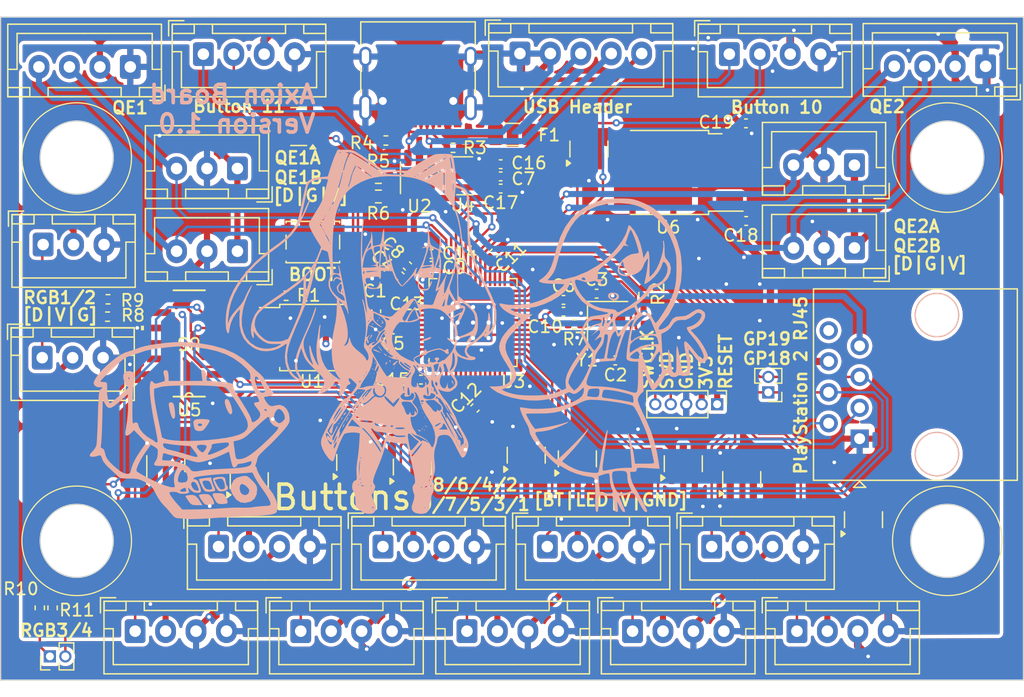
<source format=kicad_pcb>
(kicad_pcb (version 20240108) (generator "pcbnew") (generator_version "8.0")
  (layers (0 "F.Cu" signal) (31 "B.Cu" signal) (34 "B.Paste" user) (35 "F.Paste" user) (36 "B.SilkS" user "B.Silkscreen") (37 "F.SilkS" user "F.Silkscreen") (38 "B.Mask" user) (39 "F.Mask" user) (44 "Edge.Cuts" user))
  (net 0 "")
  (net 1 "+3V3")
  (net 2 "GND")
  (net 3 "XTAL_IN")
  (net 4 "/XTAL_O")
  (net 5 "+1V1")
  (net 6 "+5V")
  (net 7 "VBUS")
  (net 8 "/CC1")
  (net 9 "D_USB_P")
  (net 10 "D_USB_N")
  (net 12 "/CC2")
  (net 14 "~{RESET}")
  (net 15 "SWD")
  (net 16 "SWCLK")
  (net 17 "/BT1")
  (net 18 "/BT0")
  (net 19 "/BT3")
  (net 20 "/BT2")
  (net 21 "/BT5")
  (net 22 "/BT4")
  (net 23 "/BT7")
  (net 24 "/BT6")
  (net 25 "/BT9")
  (net 26 "/BT8")
  (net 27 "/~{USB_BOOT}")
  (net 28 "CS")
  (net 29 "D_P")
  (net 30 "/D_+")
  (net 31 "D_N")
  (net 32 "/D_-")
  (net 33 "XTAL_OUT")
  (net 34 "SD1")
  (net 35 "SD2")
  (net 36 "SD0")
  (net 37 "QSPI_CLK")
  (net 38 "SD3")
  (net 39 "/BT10")
  (net 40 "/RGB2")
  (net 41 "/RGB1")
  (net 42 "/LED1")
  (net 43 "/LED0")
  (net 44 "/LED3")
  (net 45 "/LED2")
  (net 46 "/LED5")
  (net 47 "/LED4")
  (net 48 "/LED7")
  (net 49 "/LED6")
  (net 50 "/LED9")
  (net 51 "/LED8")
  (net 52 "/LED10")
  (net 53 "/RGBIn2")
  (net 54 "/RGBIn1")
  (net 55 "/PS2_9V")
  (net 56 "/PS2CLK")
  (net 57 "/RGB4")
  (net 58 "/RGB3")
  (net 59 "/GP19")
  (net 60 "/GP18")
  (net 61 "/PS2COMM")
  (net 63 "Net-(BTN0-Pin_2)")
  (net 64 "Net-(BTN1-Pin_2)")
  (net 65 "Net-(BTN2-Pin_2)")
  (net 66 "Net-(BTN3-Pin_2)")
  (net 67 "Net-(BTN4-Pin_2)")
  (net 68 "Net-(BTN5-Pin_2)")
  (net 69 "Net-(BTN6-Pin_2)")
  (net 70 "Net-(BTN7-Pin_2)")
  (net 71 "Net-(BTN8-Pin_2)")
  (net 72 "Net-(BTN9-Pin_2)")
  (net 73 "Net-(BTN10-Pin_2)")
  (net 74 "/QE1A")
  (net 75 "/QE1B")
  (net 76 "Net-(U5-4Y)")
  (net 77 "Net-(U5-3Y)")
  (net 78 "Net-(U5-2Y)")
  (net 79 "Net-(U5-1Y)")
  (footprint "Connector_PinHeader_1.27mm:PinHeader_1x02_P1.27mm_Vertical" (layer "F.Cu") (at 163 83.1 180)
    (property "Reference" "J6" (hide yes))
    (property "Value" "GPIO")
  )
  (footprint "Resistor_SMD:R_0402_1005Metric" (layer "F.Cu") (at 152.75 75.03 90)
    (property "Reference" "R2")
    (property "Value" "1k")
  )
  (footprint "Package_TO_SOT_SMD:SOT-23" (layer "F.Cu") (at 143.1175 88.2625 90)
    (property "Reference" "Q2" (hide yes))
    (property "Value" "BSS138")
  )
  (footprint "Connector_PinHeader_1.27mm:PinHeader_1x05_P1.27mm_Vertical" (layer "F.Cu") (at 158.8 84.075 -90)
    (property "Reference" "J2" (hide yes))
    (property "Value" "SWD")
  )
  (footprint "Connector_JST:JST_XH_B4B-XH-A_1x04_P2.50mm_Vertical" (layer "F.Cu") (at 151.85 102.725)
    (property "Reference" "BTN2" (hide yes))
    (property "Value" "BUTTON2")
  )
  (footprint "Connector_JST:JST_XH_B4B-XH-A_1x04_P2.50mm_Vertical" (layer "F.Cu") (at 117.85 95.775)
    (property "Reference" "BTN7" (hide yes))
    (property "Value" "BUTTON7")
  )
  (footprint "Connector_JST:JST_XH_B4B-XH-A_1x04_P2.50mm_Vertical" (layer "F.Cu") (at 165.35 102.725)
    (property "Reference" "BTN0" (hide yes))
    (property "Value" "BUTTON8")
  )
  (footprint "Connector_JST:JST_XH_B4B-XH-A_1x04_P2.50mm_Vertical" (layer "F.Cu") (at 111 102.725)
    (property "Reference" "BTN8" (hide yes))
    (property "Value" "BUTTON8")
  )
  (footprint "Package_TO_SOT_SMD:SOT-23" (layer "F.Cu") (at 133.7675 89.2375 90)
    (property "Reference" "Q10" (hide yes))
    (property "Value" "BSS138")
  )
  (footprint "Capacitor_SMD:C_0402_1005Metric" (layer "F.Cu") (at 138.910589 84.389411 -135)
    (property "Reference" "C12")
    (property "Value" "100nF")
  )
  (footprint "Package_TO_SOT_SMD:SOT-23" (layer "F.Cu") (at 124.43 61.25 180)
    (property "Reference" "Q7" (hide yes))
    (property "Value" "BSS138")
  )
  (footprint "Resistor_SMD:R_0402_1005Metric" (layer "F.Cu") (at 103.1675 100.81 90)
    (property "Reference" "R10")
    (property "Value" "330")
  )
  (footprint "Capacitor_SMD:C_0402_1005Metric" (layer "F.Cu") (at 133.360589 72.710589 135)
    (property "Reference" "C8")
    (property "Value" "1uF")
  )
  (footprint "Package_TO_SOT_SMD:SOT-23" (layer "F.Cu") (at 138.0625 65.3)
    (property "Reference" "U4" (hide yes))
    (property "Value" "XC6206PxxxMR-Regulator_Linear")
  )
  (footprint "Connector_JST:JST_XH_B4B-XH-A_1x04_P2.50mm_Vertical" (layer "F.Cu") (at 124.6 102.725)
    (property "Reference" "BTN6" (hide yes))
    (property "Value" "BUTTON6")
  )
  (footprint "Connector_JST:JST_XH_B3B-XH-A_1x03_P2.50mm_Vertical" (layer "F.Cu") (at 103.3675 80.25)
    (property "Reference" "J16" (hide yes))
    (property "Value" "RGB1")
  )
  (footprint "Resistor_SMD:R_0603_1608Metric" (layer "F.Cu") (at 130.975 67 180)
    (property "Reference" "R6")
    (property "Value" "27R")
  )
  (footprint "Package_TO_SOT_SMD:SOT-23" (layer "F.Cu") (at 160.8175 90.2625 90)
    (property "Reference" "Q8" (hide yes))
    (property "Value" "BSS138")
  )
  (footprint "Connector_JST:JST_XH_B5B-XH-A_1x05_P2.50mm_Vertical" (layer "F.Cu") (at 142.6 55.25)
    (property "Reference" "J19" (hide yes))
    (property "Value" "USB Header")
  )
  (footprint "Connector_JST:JST_XH_B4B-XH-A_1x04_P2.50mm_Vertical" (layer "F.Cu") (at 180.85 56.3 180)
    (property "Reference" "J17" (hide yes))
    (property "Value" "QE1")
  )
  (footprint "Package_SO:SOIC-8_5.23x5.23mm_P1.27mm" (layer "F.Cu") (at 125.6 78.595)
    (property "Reference" "U1" (hide yes))
    (property "Value" "W25Q128JVS")
  )
  (footprint "Fuse:Fuse_1206_3216Metric" (layer "F.Cu") (at 142 61.9)
    (property "Reference" "F1" (hide yes))
    (property "Value" "500mA")
  )
  (footprint "Capacitor_SMD:C_0402_1005Metric" (layer "F.Cu") (at 132.739411 73.539411 135)
    (property "Reference" "C4")
    (property "Value" "1uF")
  )
  (footprint "Package_TO_SOT_SMD:SOT-23" (layer "F.Cu") (at 156.0175 88.9625 90)
    (property "Reference" "Q4" (hide yes))
    (property "Value" "BSS138")
  )
  (footprint "Footprints:RP2040-QFN-56" (layer "F.Cu") (at 138.75 77.3625 90)
    (property "Reference" "U3" (hide yes))
    (property "Value" "RP2040")
  )
  (footprint "Package_TO_SOT_SMD:SOT-23" (layer "F.Cu") (at 147.3175 88.5625 90)
    (property "Reference" "Q9" (hide yes))
    (property "Value" "BSS138")
  )
  (footprint "Capacitor_SMD:C_0402_1005Metric" (layer "F.Cu") (at 150.43 80.48)
    (property "Reference" "C2")
    (property "Value" "15pF")
  )
  (footprint "Capacitor_SMD:C_0402_1005Metric" (layer "F.Cu") (at 135.34 71.725 180)
    (property "Reference" "C14")
    (property "Value" "100nF")
  )
  (footprint "Connector_JST:JST_XH_B3B-XH-A_1x03_P2.50mm_Vertical" (layer "F.Cu") (at 103.4425 70.95)
    (property "Reference" "J15" (hide yes))
    (property "Value" "RGB2")
  )
  (footprint "Connector_JST:JST_XH_B3B-XH-A_1x03_P2.50mm_Vertical" (layer "F.Cu") (at 119.4 64.7 180)
    (property "Reference" "J21" (hide yes))
    (property "Value" "QE2A")
  )
  (footprint "Connector_JST:JST_XH_B4B-XH-A_1x04_P2.50mm_Vertical" (layer "F.Cu") (at 144.85 95.775)
    (property "Reference" "BTN3" (hide yes))
    (property "Value" "BUTTON3")
  )
  (footprint "Capacitor_SMD:C_0402_1005Metric" (layer "F.Cu") (at 146.18 76.47)
    (property "Reference" "C10")
    (property "Value" "100nF")
  )
  (footprint "Resistor_SMD:R_0603_1608Metric" (layer "F.Cu") (at 130.975 65.4 180)
    (property "Reference" "R5")
    (property "Value" "27R")
  )
  (footprint "Resistor_SMD:R_0402_1005Metric" (layer "F.Cu") (at 123.4 75.16 180)
    (property "Reference" "R1")
    (property "Value" "1k")
  )
  (footprint "Connector_JST:JST_XH_B4B-XH-A_1x04_P2.50mm_Vertical" (layer "F.Cu") (at 110.6 56.35 180)
    (property "Reference" "J18" (hide yes))
    (property "Value" "QE2")
  )
  (footprint "Capacitor_SMD:C_0402_1005Metric" (layer "F.Cu") (at 134.47 82.05 180)
    (property "Reference" "C15")
    (property "Value" "100nF")
  )
  (footprint "Connector_JST:JST_XH_B3B-XH-A_1x03_P2.50mm_Vertical" (layer "F.Cu") (at 119.4 71.5 180)
    (property "Reference" "J14" (hide yes))
    (property "Value" "QE2B")
  )
  (footprint "Capacitor_SMD:C_0402_1005Metric" (layer "F.Cu") (at 132.92 76.9 180)
    (property "Reference" "C13")
    (property "Value" "100nF")
  )
  (footprint "Resistor_SMD:R_0402_1005Metric" (layer "F.Cu") (at 137.11 63)
    (property "Reference" "R3")
    (property "Value" "5k1")
  )
  (footprint "Package_TO_SOT_SMD:SOT-23" (layer "F.Cu") (at 148.2675 63.1 90)
    (property "Reference" "Q6" (hide yes))
    (property "Value" "BSS138")
  )
  (footprint "Capacitor_SMD:C_0402_1005Metric" (layer "F.Cu") (at 141.02 66.35 180)
    (property "Reference" "C17")
    (property "Value" "1uF")
  )
  (footprint "Capacitor_SMD:C_0402_1005Metric" (layer "F.Cu") (at 141.02 64.35 180)
    (property "Reference" "C16")
    (property "Value" "1uF")
  )
  (footprint "Connector_JST:JST_XH_B4B-XH-A_1x04_P2.50mm_Vertical" (layer "F.Cu") (at 159.8 55.3)
    (property "Reference" "BTN9" (hide yes))
    (property "Value" "BUTTON10")
  )
  (footprint "Package_TO_SOT_SMD:SOT-23" (layer "F.Cu") (at 129.1175 88.8625 90)
    (property "Reference" "Q1" (hide yes))
    (property "Value" "BSS138")
  )
  (footprint "Package_TO_SOT_SMD:SOT-23-6" (layer "F.Cu") (at 134.35 64.9625 90)
    (property "Reference" "U2" (hide yes))
    (property "Value" "USBLC6-2SC6")
  )
  (footprint "Resistor_SMD:R_0402_1005Metric" (layer "F.Cu") (at 147.07 77.52 180)
    (property "Reference" "R7")
    (property "Value" "1k")
  )
  (footprint "Capacitor_SMD:C_0402_1005Metric" (layer "F.Cu") (at 132.17 77.925 180)
    (property "Reference" "C5")
    (property "Value" "100nF")
  )
  (footprint "Capacitor_SMD:C_0402_1005Metric" (layer "F.Cu") (at 161.18 69.015)
    (property "Reference" "C18")
    (property "Value" "330nF")
  )
  (footprint "Connector_JST:JST_XH_B4B-XH-A_1x04_P2.50mm_Vertical" (layer "F.Cu") (at 131.35 95.775)
    (property "Reference" "BTN5" (hide yes))
    (property "Value" "BUTTON5")
  )
  (footprint "Package_TO_SOT_SMD:SOT-23" (layer "F.Cu") (at 113.5175 88.9625 90)
    (property "Reference" "Q3" (hide yes))
    (property "Value" "BSS138")
  )
  (footprint "Connector_JST:JST_XH_B3B-XH-A_1x03_P2.50mm_Vertical" (layer "F.Cu") (at 170.075 71.225 180)
    (property "Reference" "J3" (hide yes))
    (property "Value" "QE1A")
  )
  (footprint "Capacitor_SMD:C_0402_1005Metric" (layer "F.Cu") (at 140.489411 71.660589 45)
    (property "Reference" "C11")
    (property "Value" "100nF")
  )
  (footprint "Package_TO_SOT_SMD:SOT-23" (layer "F.Cu") (at 170.8175 93.5625 90)
    (property "Reference" "Q5" (hide yes))
    (property "Value" "BSS138")
  )
  (footprint "Capacitor_SMD:C_0402_1005Metric" (layer "F.Cu") (at 161.165 60.99)
    (property "Reference" "C19" (hide yes))
    (property "Value" "100nF")
  )
  (footprint "Connector_PinHeader_1.27mm:PinHeader_1x02_P1.27mm_Vertical" (layer "F.Cu") (at 103.9975 104.8 90)
    (property "Reference" "J7" (hide yes))
    (property "Value" "GPIO")
  )
  (footprint "Resistor_SMD:R_0402_1005Metric" (layer "F.Cu") (at 104.2175 100.81 90)
    (property "Reference" "R11")
    (property "Value" "330")
  )
  (footprint "Capacitor_SMD:C_0402_1005Metric" (layer "F.Cu") (at 135.34 72.7 180)
    (property "Reference" "C9")
    (property "Value" "100nF")
  )
  (footprint "Connector_RJ:RJ45_OST_PJ012-8P8CX_Vertical" (layer "F.Cu") (at 170.5 86.905 90)
    (property "Reference" "J20" (hide yes))
    (property "Value" "PS2 Header")
  )
  (footprint "Resistor_SMD:R_0402_1005Metric" (layer "F.Cu") (at 108.7325 76.875)
    (property "Reference" "R8")
    (property "Value" "330")
  )
  (footprint "Button_Switch_SMD:SW_SPST_PTS810" (layer "F.Cu") (at 125.595 70.745)
    (property "Reference" "SW1" (hide yes))
    (property "Value" "SW_Push")
  )
  (footprint "Connector_JST:JST_XH_B4B-XH-A_1x04_P2.50mm_Vertical" (layer "F.Cu") (at 158.35 95.775)
    (property "Reference" "BTN1" (hide yes))
    (property "Value" "BUTTON1")
  )
  (footprint "Crystal:Crystal_SMD_3225-4Pin_3.2x2.5mm" (layer "F.Cu") (at 149.8 77.63 -90)
    (property "Reference" "Y1" (hide yes))
    (property "Value" "12MHz")
  )
  (footprint "Connector_USB:USB_C_Receptacle_HRO_TYPE-C-31-M-12" (layer "F.Cu") (at 134.23 56.55 180)
    (property "Reference" "J1" (hide yes))
    (property "Value" "USB_C_Receptacle_USB2.0" (hide yes))
  )
  (footprint "Capacitor_SMD:C_0402_1005Metric" (layer "F.Cu") (at 141.02 65.35)
    (property "Reference" "C7")
    (property "Value" "10uF")
  )
  (footprint "Capacitor_SMD:C_0402_1005Metric" (layer "F.Cu") (at 130.8 76.43 90)
    (property "Reference" "C1")
    (property "Value" "100nF")
  )
  (footprint "Resistor_SMD:R_0402_1005Metric" (layer "F.Cu") (at 131.59 62.4 180)
    (property "Reference" "R4")
    (property "Value" "5k1")
  )
  (footprint "Package_TO_SOT_SMD:SOT-23" (layer "F.Cu") (at 120.3675 90.3625 90)
    (property "Reference" "Q11" (hide yes))
    (property "Value" "BSS138")
  )
  (footprint "Capacitor_SMD:C_0402_1005Metric" (layer "F.Cu") (at 146.18 75.5)
    (property "Reference" "C6")
    (property "Value" "100nF")
  )
  (footprint "SN74HCT125N:SN74HCT125DR" (layer "F.Cu") (at 115.4362 79.08 180)
    (property "Reference" "U5")
    (property "Value" "SN74HCT125DR")
  )
  (footprint "Capacitor_SMD:C_0402_1005Metric" (layer "F.Cu") (at 148.9 74.99)
    (property "Reference" "C3")
    (property "Value" "15pF")
  )
  (footprint "Connector_JST:JST_XH_B3B-XH-A_1x03_P2.50mm_Vertical" (layer "F.Cu") (at 170.075 64.425 180)
    (property "Reference" "J4" (hide yes))
    (property "Value" "QE1B")
  )
  (footprint "Resistor_SMD:R_0402_1005Metric" (layer "F.Cu") (at 108.7725 75.45)
    (property "Reference" "R9")
    (property "Value" "330")
  )
  (footprint "Package_TO_SOT_SMD:TO-252-2" (layer "F.Cu") (at 154.785 65.025 180)
    (property "Reference" "U6")
    (property "Value" "78M05_TO252-3")
  )
  (footprint "Connector_JST:JST_XH_B4B-XH-A_1x04_P2.50mm_Vertical" (layer "F.Cu") (at 116.6 55.3)
    (property "Reference" "BTN10" (hide yes))
    (property "Value" "BUTTON9")
  )
  (footprint "Connector_JST:JST_XH_B4B-XH-A_1x04_P2.50mm_Vertical" (layer "F.Cu") (at 138.25 102.725)
    (property "Reference" "BTN4" (hide yes))
    (property "Value" "BUTTON4")
  )
  (footprint "LOGO" (layer "B.Cu") (at 150.06566 79.388377 180)
    (property "Reference" "G***" (hide yes))
    (property "Value" "LOGO" (hide yes))
  )
  (footprint "LOGO" (layer "B.Cu") (at 129.5675 78.125 180)
    (property "Reference" "G***" (hide yes))
    (property "Value" "LOGO" (hide yes))
  )
  (footprint "LOGO" (layer "B.Cu") (at 115.8675 86.3 180)
    (property "Reference" "G***" (hide yes))
    (property "Value" "LOGO" (hide yes))
  )
  (gr_circle (center 106.2 95.3) (end 110.7 95.3) (stroke (width 0.1)) (fill none) (layer "F.SilkS"))
  (gr_circle (center 177.7 63.8) (end 182.2 63.8) (stroke (width 0.1)) (fill none) (layer "F.SilkS"))
  (gr_circle (center 177.7 95.3) (end 182.2 95.3) (stroke (width 0.1)) (fill none) (layer "F.SilkS"))
  (gr_circle (center 106.2 63.8) (end 110.7 63.8) (stroke (width 0.1)) (fill none) (layer "F.SilkS"))
  (gr_circle (center 106.2 63.8) (end 109.2 63.8) (stroke (width 0.1)) (fill none) (layer "Edge.Cuts"))
  (gr_circle (center 177.7 63.8) (end 180.7 63.8) (stroke (width 0.1)) (fill none) (layer "Edge.Cuts"))
  (gr_line (start 99.95 106.75) (end 183.95 106.75) (stroke (width 0.1)) (layer "Edge.Cuts"))
  (gr_circle (center 106.2 95.3) (end 109.2 95.3) (stroke (width 0.1)) (fill none) (layer "Edge.Cuts"))
  (gr_line (start 99.95 106.75) (end 99.95 52.25) (stroke (width 0.1)) (layer "Edge.Cuts"))
  (gr_circle (center 177.7 95.3) (end 180.7 95.3) (stroke (width 0.1)) (fill none) (layer "Edge.Cuts"))
  (gr_line (start 183.95 52.25) (end 183.95 106.75) (stroke (width 0.1)) (layer "Edge.Cuts"))
  (gr_line (start 183.95 52.25) (end 99.95 52.25) (stroke (width 0.1)) (layer "Edge.Cuts"))
  (gr_text "Axion Board\nVersion 1.0" (at 125.9675 61.9 0) (layer "B.SilkS") (effects (font (size 1.5 1.5) (thickness 0.3) (bold yes)) (justify left bottom mirror)))
  (gr_text "BOOT" (at 123.5 74 0) (layer "F.SilkS") (effects (font (size 1 1) (thickness 0.2) (bold yes)) (justify left bottom)))
  (gr_text "[D|G|V]" (at 122.25 67.5 0) (layer "F.SilkS") (effects (font (size 1 1) (thickness 0.2) (bold yes)) (justify left bottom)))
  (gr_text "SWCLK\nSWD\nGND\n3V3\nRESET" (at 160.075 82.965 90) (layer "F.SilkS") (effects (font (size 1 1) (thickness 0.2) (bold yes)) (justify left bottom)))
  (gr_text "USB Header" (at 142.725 60.225 0) (layer "F.SilkS") (effects (font (size 1 1) (thickness 0.2) (bold yes)) (justify left bottom)))
  (gr_text "[BT|LED|V|GND]" (at 143.65 92.525 0) (layer "F.SilkS") (effects (font (size 1 1) (thickness 0.2) (bold yes)) (justify left bottom)))
  (gr_text "Y1" (at 148.125 80.45 0) (layer "F.SilkS") (effects (font (size 1 1))))
  (gr_text "RGB1/2" (at 101.6925 75.9 0) (layer "F.SilkS") (effects (font (size 1 1) (thickness 0.2) (bold yes)) (justify left bottom)))
  (gr_text "PlayStation 2 RJ45" (at 166.25 89.95 90) (layer "F.SilkS") (effects (font (size 1 1) (thickness 0.2) (bold yes)) (justify left bottom)))
  (gr_text "QE2A\nQE2B" (at 173.15 71.65 0) (layer "F.SilkS") (effects (font (size 1 1) (thickness 0.2) (bold yes)) (justify left bottom)))
  (gr_text "QE1A\nQE1B" (at 122.325 66.025 0) (layer "F.SilkS") (effects (font (size 1 1) (thickness 0.2) (bold yes)) (justify left bottom)))
  (gr_text "U5" (at 115.45 84.55 0) (layer "F.SilkS") (effects (font (size 1 1))))
  (gr_text "Button 10" (at 159.8 60.25 0) (layer "F.SilkS") (effects (font (size 1 1) (thickness 0.2) (bold yes)) (justify left bottom)))
  (gr_text "C19" (at 158.725 60.9 0) (layer "F.SilkS") (effects (font (size 1 1))))
  (gr_text "[D|G|V]" (at 173.075 73.125 0) (layer "F.SilkS") (effects (font (size 1 1) (thickness 0.2) (bold yes)) (justify left bottom)))
  (gr_text "U2" (at 134.35 67.8 0) (layer "F.SilkS") (effects (font (size 1 1))))
  (gr_text "U4" (at 137.9 67.7 0) (layer "F.SilkS") (effects (font (size 1 1))))
  (gr_text "QE1\n" (at 109 60.3 0) (layer "F.SilkS") (effects (font (size 1 1) (thickness 0.2) (bold yes)) (justify left bottom)))
  (gr_text "8/6/4/2\n9/7/5/3/1" (at 138.925 92.9 0) (layer "F.SilkS") (effects (font (size 1 1) (thickness 0.2) (bold yes)) (justify bottom)))
  (gr_text "RGB3/4" (at 101.4175 103.25 0) (layer "F.SilkS") (effects (font (size 1 1) (thickness 0.2) (bold yes)) (justify left bottom)))
  (gr_text "QE2" (at 171.175 60.2 0) (layer "F.SilkS") (effects (font (size 1 1) (thickness 0.2) (bold yes)) (justify left bottom)))
  (gr_text "[D|V|G]" (at 101.6675 77.325 0) (layer "F.SilkS") (effects (font (size 1 1) (thickness 0.2) (bold yes)) (justify left bottom)))
  (gr_text "U1" (at 125.525 82.2 0) (layer "F.SilkS") (effects (font (size 1 1))))
  (gr_text "Button 11" (at 115.65 60.175 0) (layer "F.SilkS") (effects (font (size 1 1) (thickness 0.2) (bold yes)) (justify left bottom)))
  (gr_text "F1" (at 145 61.95 0) (layer "F.SilkS") (effects (font (size 1 1))))
  (gr_text "Buttons" (at 122.15 92.9 0) (layer "F.SilkS") (effects (font (size 2 2) (thickness 0.3) (bold yes)) (justify left bottom)))
  (gr_text "U3" (at 142.05 82.225 0) (layer "F.SilkS") (effects (font (size 1 1))))
  (gr_text "GP19\nGP18" (at 160.8 80.9 0) (layer "F.SilkS") (effects (font (size 1 1) (thickness 0.2) (bold yes)) (justify left bottom)))
  (segment (start 152.75 75.54) (end 154.62 75.54) (width 0.5) (layer "F.Cu") (net 1))
  (segment (start 135.3125 74.7625) (end 134.7875 74.7625) (width 0.2) (layer "F.Cu") (net 1))
  (segment (start 136.79614 79.62) (end 136.15 80.26614) (width 0.2) (layer "F.Cu") (net 1))
  (segment (start 139.8 67.125) (end 139.8 67.09) (width 0.5) (layer "F.Cu") (net 1))
  (segment (start 135.975 73.75) (end 134.7175 73.75) (width 0.2) (layer "F.Cu") (net 1))
  (segment (start 134.7875 74.7625) (end 133.890589 73.865589) (width 0.2) (layer "F.Cu") (net 1))
  (segment (start 135.955 67.125) (end 135.08 68) (width 0.5) (layer "F.Cu") (net 1))
  (segment (start 141 77.4) (end 141 77.4) (width 0.2) (layer "F.Cu") (net 1))
  (segment (start 152.75 75.54) (end 152.75 76.56) (width 0.5) (layer "F.Cu") (net 1))
  (segment (start 139.8 67.09) (end 140.54 66.35) (width 0.5) (layer "F.Cu") (net 1))
  (segment (start 139.42943 74.77943) (end 139.75 74.45886) (width 0.2) (layer "F.Cu") (net 1))
  (segment (start 144.38 77.16) (end 144.67 76.87) (width 0.2) (layer "F.Cu") (net 1))
  (segment (start 136.15 80.26614) (end 136.15 80.8) (width 0.2) (layer "F.Cu") (net 1))
  (segment (start 135.3125 77.1625) (end 134.1375 77.1625) (width 0.2) (layer "F.Cu") (net 1))
  (segment (start 144.71 76.87) (end 144.71 76.83) (width 0.2) (layer "F.Cu") (net 1))
  (segment (start 136.15 73.925) (end 135.975 73.75) (width 0.2) (layer "F.Cu") (net 1))
  (segment (start 135.82 72.7) (end 135.82 71.725) (width 0.5) (layer "F.Cu") (net 1))
  (segment (start 135.9375 74.7625) (end 136.15 74.975) (width 0.2) (layer "F.Cu") (net 1))
  (segment (start 144.06 77.1625) (end 144.0625 77.16) (width 0.2) (layer "F.Cu") (net 1))
  (segment (start 141.15 77.25) (end 141.15 77.4) (width 0.2) (layer "F.Cu") (net 1))
  (segment (start 135.3125 75.1625) (end 134.6125 75.1625) (width 0.2) (layer "F.Cu") (net 1))
  (segment (start 133.890589 73.240589) (end 133.7 73.05) (width 0.2) (layer "F.Cu") (net 1))
  (segment (start 139.23386 74.975) (end 139.42943 74.77943) (width 0.2) (layer "F.Cu") (net 1))
  (segment (start 130.58 76.69) (end 130.8 76.91) (width 0.5) (layer "F.Cu") (net 1))
  (segment (start 144.0625 77.16) (end 144.38 77.16) (width 0.2) (layer "F.Cu") (net 1))
  (segment (start 135.08 68) (end 134.53 68) (width 0.5) (layer "F.Cu") (net 1))
  (segment (start 133.875 76.9) (end 133.9 76.925) (width 0.2) (layer "F.Cu") (net 1))
  (segment (start 135.9625 76.7625) (end 136.2 77) (width 0.2) (layer "F.Cu") (net 1))
  (segment (start 139.75 80.8) (end 139.75 83.55) (width 0.2) (layer "F.Cu") (net 1))
  (segment (start 133.89 68.64) (end 133.89 72.55) (width 0.5) (layer "F.Cu") (net 1))
  (segment (start 139.689999 66.25) (end 137.125 66.25) (width 0.5) (layer "F.Cu") (net 1))
  (segment (start 154.62 75.54) (end 157.53 78.45) (width 0.5) (layer "F.Cu") (net 1))
  (segment (start 133.890589 73.75) (end 133.890589 73.240589) (width 0.2) (layer "F.Cu") (net 1))
  (segment (start 133.89 72.55) (end 133.89 72.86) (width 0.5) (layer "F.Cu") (net 1))
  (segment (start 139.75 80.15) (end 139.75 80.8) (width 0.2) (layer "F.Cu") (net 1))
  (segment (start 136.15 74.975) (end 136.15 73.925) (width 0.2) (layer "F.Cu") (net 1))
  (segment (start 144.71 76.83) (end 145.07 76.47) (width 0.2) (layer "F.Cu") (net 1))
  (segment (start 139.75 74.45886) (end 139.75 73.925) (width 0.2) (layer "F.Cu") (net 1))
  (segment (start 139.75 73.925) (end 139.75 72.4) (width 0.2) (layer "F.Cu") (net 1))
  (segment (start 134.53 68) (end 133.89 68.64) (width 0.5) (layer "F.Cu") (net 1))
  (segment (start 145.07 76.47) (end 145.7 76.47) (width 0.2) (layer "F.Cu") (net 1))
  (segment (start 142.1875 77.1625) (end 141.2375 77.1625) (width 0.2) (layer "F.Cu") (net 1))
  (segment (start 134.6125 75.1625) (end 133.890589 74.440589) (width 0.2) (layer "F.Cu") (net 1))
  (segment (start 131.42 76.29) (end 132.79 76.29) (width 0.2) (layer "F.Cu") (net 1))
  (segment (start 126.6675 78.422501) (end 126.6675 79.1) (width 0.5) (layer "F.Cu") (net 1))
  (segment (start 136.15 80.8) (end 136.15 81.6) (width 0.2) (layer "F.Cu") (net 1))
  (segment (start 133.890589 72.550589) (end 133.89 72.55) (width 0.381) (layer "F.Cu") (net 1))
  (segment (start 134.1375 77.1625) (end 133.9 76.925) (width 0.2) (layer "F.Cu") (net 1))
  (segment (start 129.2 76.69) (end 130.58 76.69) (width 0.5) (layer "F.Cu") (net 1))
  (segment (start 141.2375 77.1625) (end 141.15 77.25) (width 0.2) (layer "F.Cu") (net 1))
  (segment (start 135.3125 76.7625) (end 134.0625 76.7625) (width 0.2) (layer "F.Cu") (net 1))
  (segment (start 140.56 65.379999) (end 139.689999 66.25) (width 0.5) (layer "F.Cu") (net 1))
  (segment (start 139.44 79.62) (end 136.79614 79.62) (width 0.2) (layer "F.Cu") (net 1))
  (segment (start 157.53 78.45) (end 157.53 84.075) (width 0.5) (layer "F.Cu") (net 1))
  (segment (start 136.2 77) (end 136.1 76.9) (width 0.2) (layer "F.Cu") (net 1))
  (segment (start 134.6175 73.85) (end 134.5175 73.75) (width 0.2) (layer "F.Cu") (net 1))
  (segment (start 141.15 77.4) (end 141 77.4) (width 0.2) (layer "F.Cu") (net 1))
  (segment (start 135.7 82.05) (end 134.95 82.05) (width 0.2) (layer "F.Cu") (net 1))
  (segment (start 139.75 83.55) (end 139.25 84.05) (width 0.2) (layer "F.Cu") (net 1))
  (segment (start 135.9625 75.1625) (end 136.15 74.975) (width 0.2) (layer "F.Cu") (net 1))
  (segment (start 139.75 72.4) (end 140.15 72) (width 0.2) (layer "F.Cu") (net 1))
  (segment (start 136.15 73.03) (end 135.82 72.7) (width 0.2) (layer "F.Cu") (net 1))
  (segment (start 136.15 73.925) (end 136.15 73.03) (width 0.2) (layer "F.Cu") (net 1))
  (segment (start 136.15 81.6) (end 135.7 82.05) (width 0.2) (layer "F.Cu") (net 1))
  (segment (start 133.4 76.9) (end 133.875 76.9) (width 0.2) (layer "F.Cu") (net 1))
  (segment (start 136.15 74.975) (end 139.23386 74.975) (width 0.2) (layer "F.Cu") (net 1))
  (segment (start 133.89 72.86) (end 133.7 73.05) (width 0.5) (layer "F.Cu") (net 1))
  (segment (start 140.54 66.35) (end 140.54 65.35) (width 0.5) (layer "F.Cu") (net 1))
  (segment (start 139.8 67.125) (end 135.955 67.125) (width 0.5) (layer "F.Cu") (net 1))
  (segment (start 133.890589 74.440589) (end 133.890589 73.865589) (width 0.2) (layer "F.Cu") (net 1))
  (segment (start 135.3125 75.1625) (end 135.9625 75.1625) (width 0.2) (layer "F.Cu") (net 1))
  (segment (start 134.7175 73.75) (end 134.6175 73.85) (width 0.2) (layer "F.Cu") (net 1))
  (segment (start 128.400001 76.69) (end 126.6675 78.422501) (width 0.5) (layer "F.Cu") (net 1))
  (segment (start 152.75 76.56) (end 152.8 76.61) (width 0.5) (layer "F.Cu") (net 1))
  (segment (start 134.0625 76.7625) (end 133.9 76.925) (width 0.2) (layer "F.Cu") (net 1))
  (segment (start 135.3125 74.7625) (end 135.9375 74.7625) (width 0.2) (layer "F.Cu") (net 1))
  (segment (start 139.44 79.62) (end 139.75 80.15) (width 0.2) (layer "F.Cu") (net 1))
  (segment (start 133.890589 73.865589) (end 133.890589 73.75) (width 0.2) (layer "F.Cu") (net 1))
  (segment (start 144.67 76.87) (end 144.71 76.87) (width 0.2) (layer "F.Cu") (net 1))
  (segment (start 142.1875 77.1625) (end 144.06 77.1625) (width 0.2) (layer "F.Cu") (net 1))
  (segment (start 132.79 76.29) (end 133.4 76.9) (width 0.2) (layer "F.Cu") (net 1))
  (segment (start 130.8 76.91) (end 131.42 76.29) (width 0.2) (layer "F.Cu") (net 1))
  (segment (start 139.4 79.8) (end 139.44 79.62) (width 0.2) (layer "F.Cu") (net 1))
  (segment (start 129.2 76.69) (end 128.400001 76.69) (width 0.5) (layer "F.Cu") (net 1))
  (segment (start 135.3125 76.7625) (end 135.9625 76.7625) (width 0.2) (layer "F.Cu") (net 1))
  (via (at 126.6675 79.1) (size 0.6) (drill 0.3) (layers "F.Cu" "B.Cu") (net 1))
  (via (at 139.44 79.62) (size 0.6) (drill 0.3) (layers "F.Cu" "B.Cu") (net 1))
  (via (at 144.71 76.87) (size 0.6) (drill 0.3) (layers "F.Cu" "B.Cu") (net 1))
  (via (at 136.2 77) (size 0.6) (drill 0.3) (layers "F.Cu" "B.Cu") (net 1))
  (via (at 152.8 76.61) (size 0.6) (drill 0.3) (layers "F.Cu" "B.Cu") (net 1))
  (via (at 141.15 77.4) (size 0.6) (drill 0.3) (layers "F.Cu" "B.Cu") (net 1))
  (via (at 134.6175 73.85) (size 0.6) (drill 0.3) (layers "F.Cu" "B.Cu") (net 1))
  (segment (start 144.71 76.87) (end 145.27 77.43) (width 0.5) (layer "B.Cu") (net 1))
  (segment (start 152.8 76.61) (end 152.82 76.61) (width 0.2) (layer "B.Cu") (net 1))
  (segment (start 152.8 76.63) (end 152.8 76.61) (width 0.2) (layer "B.Cu") (net 1))
  (segment (start 151.98 77.43) (end 152.8 76.61) (width 0.5) (layer "B.Cu") (net 1))
  (segment (start 145.27 77.43) (end 151.98 77.43) (width 0.5) (layer "B.Cu") (net 1))
  (segment (start 152.82 76.61) (end 152.8 76.63) (width 0.2) (layer "B.Cu") (net 1))
  (segment (start 164.965 61.815) (end 161.635 61.815) (width 0.6) (layer "F.Cu") (net 2))
  (segment (start 130.0675 87.4325) (end 130.33375 87.16625) (width 0.5) (layer "F.Cu") (net 2))
  (segment (start 148.99 80.48) (end 148.66 80.15) (width 0.2) (layer "F.Cu") (net 2))
  (segment (start 116.25 74.9) (end 115.9 74.55) (width 0.5) (layer "F.Cu") (net 2))
  (segment (start 150.25 75.07) (end 150.33 75.07) (width 0.5) (layer "F.Cu") (net 2))
  (segment (start 171.7675 97.4675) (end 171.7675 94.5) (width 0.635) (layer "F.Cu") (net 2))
  (segment (start 134.86 72.7) (end 134.86 71.725) (width 0.5) (layer "F.Cu") (net 2))
  (segment (start 138.395 59.68) (end 137.48 60.595) (width 0.5) (layer "F.Cu") (net 2))
  (segment (start 181 56.45) (end 180.85 56.3) (width 0.5) (layer "F.Cu") (net 2))
  (segment (start 144.05 88.7) (end 144.0625 88.7125) (width 0.5) (layer "F.Cu") (net 2))
  (segment (start 138.85 95.775) (end 138.85 93.3175) (width 0.5) (layer "F.Cu") (net 2))
  (segment (start 150.2175 75.15) (end 150.25 75.07) (width 0.5) (layer "F.Cu") (net 2))
  (segment (start 130.33375 87.16625) (end 131.45 86.05) (width 0.5) (layer "F.Cu") (net 2))
  (segment (start 116.9 68.1) (end 116.9 66.7) (width 0.5) (layer "F.Cu") (net 2))
  (segment (start 116.62 75.27) (end 115.9 74.55) (width 0.5) (layer "F.Cu") (net 2))
  (segment (start 132.3 64.3) (end 132.3 64.1) (width 0.5) (layer "F.Cu") (net 2))
  (segment (start 111.1675 77.8) (end 112.9624 77.8) (width 0.2) (layer "F.Cu") (net 2))
  (segment (start 165.85 94.2825) (end 164.6675 93.1) (width 0.5) (layer "F.Cu") (net 2))
  (segment (start 141.22 59.68) (end 142.775 58.125) (width 0.5) (layer "F.Cu") (net 2))
  (segment (start 126.5675 76.8825) (end 126.5675 76.9) (width 0.254) (layer "F.Cu") (net 2))
  (segment (start 130.065 59.68) (end 130.98 60.595) (width 0.5) (layer "F.Cu") (net 2))
  (segment (start 133.021178 72.578822) (end 132.4 73.2) (width 0.5) (layer "F.Cu") (net 2))
  (segment (start 114.4675 89.9) (end 114.4675 91.2) (width 0.381) (layer "F.Cu") (net 2))
  (segment (start 130.98 62.3) (end 131.08 62.4) (width 0.5) (layer "F.Cu") (net 2))
  (segment (start 115.0675 75.95) (end 115.0675 75.3825) (width 0.2) (layer "F.Cu") (net 2))
  (segment (start 141.6 70.55) (end 140.828822 71.321178) (width 0.5) (layer "F.Cu") (net 2))
  (segment (start 138.8675 92.9) (end 138.2675 92.3) (width 0.5) (layer "F.Cu") (net 2))
  (segment (start 147.33 75.5) (end 147.84 74.99) (width 0.5) (layer "F.Cu") (net 2))
  (segment (start 167.575 69.4) (end 167.575 70.2) (width 0.6) (layer "F.Cu") (net 2))
  (segment (start 126.55 76.9) (end 125.575 77.875) (width 0.254) (layer "F.Cu") (net 2))
  (segment (start 115.7175 92.45) (end 117.125 92.45) (width 0.381) (layer "F.Cu") (net 2))
  (segment (start 167.575 70.2) (end 167.575 70.0075) (width 0.6) (layer "F.Cu") (net 2))
  (segment (start 137.9675 55.5) (end 138.55 55.5) (width 0.5) (layer "F.Cu") (net 2))
  (segment (start 126.5675 76.9) (end 126.55 76.9) (width 0.254) (layer "F.Cu") (net 2))
  (segment (start 117.3675 84) (end 117.4175 83.95) (width 0.381) (layer "F.Cu") (net 2))
  (segment (start 156.26 85.2925) (end 156.26 84.075) (width 0.5) (layer "F.Cu") (net 2))
  (segment (start 131.69 77.05) (end 131.84 76.9) (width 0.5) (layer "F.Cu") (net 2))
  (segment (start 130.0675 89.8) (end 130.0675 87.4325) (width 0.5) (layer "F.Cu") (net 2))
  (segment (start 165.85 94.3) (end 165.85 94.2825) (width 0.5) (layer "F.Cu") (net 2))
  (segment (start 112.9724 81.62) (end 111.3875 81.62) (width 0.381) (layer "F.Cu") (net 2))
  (segment (start 111.3875 81.62) (end 110.5675 80.8) (width 0.381) (layer "F.Cu") (net 2))
  (segment (start 137.33375 85.96625) (end 138.571178 84.728822) (width 0.5) (layer "F.Cu") (net 2))
  (segment (start 131.45 86.05) (end 137.25 86.05) (width 0.5) (layer "F.Cu") (net 2))
  (segment (start 150.33 75.03) (end 150.39 75.09) (width 0.5) (layer "F.Cu") (net 2))
  (segment (start 168.4175 88.85) (end 168.3675 88.85) (width 0.381) (layer "F.Cu") (net 2))
  (segment (start 123.52 69.67) (end 127.67 69.67) (width 0.5) (layer "F.Cu") (net 2))
  (segment (start 131.69 77.925) (end 131.69 77.05) (width 0.5) (layer "F.Cu") (net 2))
  (segment (start 148.69 78.49) (end 148.7 78.48) (width 0.5) (layer "F.Cu") (net 2))
  (segment (start 117.9 79.08) (end 116.598971 79.08) (width 0.2) (layer "F.Cu") (net 2))
  (segment (start 115.5675 76.45) (end 115.0675 75.95) (width 0.2) (layer "F.Cu") (net 2))
  (segment (start 147.6 76.59) (end 147.62 76.59) (width 0.5) (layer "F.Cu") (net 2))
  (segment (start 167.575 64.425) (end 167.575 69.4) (width 0.6) (layer "F.Cu") (net 2))
  (segment (start 156.975 86.0075) (end 156.26 85.2925) (width 0.5) (layer "F.Cu") (net 2))
  (segment (start 139.25 63.85) (end 139.25 63.9) (width 0.5) (layer "F.Cu") (net 2))
  (segment (start 145.1 55.25) (end 145.1 55.775) (width 0.635) (layer "F.Cu") (net 2))
  (segment (start 138.8 55.25) (end 138.55 55.5) (width 0.5) (layer "F.Cu") (net 2))
  (segment (start 147.384314 80.15) (end 145.596814 78.3625) (width 0.2) (layer "F.Cu") (net 2))
  (segment (start 144.05 87.275) (end 144.05 88.7) (width 0.5) (layer "F.Cu") (net 2))
  (segment (start 115.9 74.55) (end 115.9 72.85) (width 0.5) (layer "F.Cu") (net 2))
  (segment (start 156.975 88.7) (end 156.975 86.0075) (width 0.5) (layer "F.Cu") (net 2))
  (segment (start 141.5 66.35) (end 142.5 66.35) (width 0.5) (layer "F.Cu") (net 2))
  (segment (start 167.575 70.0075) (end 166.6175 69.05) (width 0.6) (layer "F.Cu") (net 2))
  (segment (start 138.85 93.3175) (end 138.8675 93.3) (width 0.5) (layer "F.Cu") (net 2))
  (segment (start 148.38 89.93) (end 148.85 90.4) (width 0.381) (layer "F.Cu") (net 2))
  (segment (start 138.4 63) (end 139.25 63.85) (width 0.5) (layer "F.Cu") (net 2))
  (segment (start 168.8 55.3) (end 168.85 55.25) (width 0.5) (layer "F.Cu") (net 2))
  (segment (start 142.5 66.35) (end 142.8 66.65) (width 0.5) (layer "F.Cu") (net 2))
  (segment (start 133.802684 64.9875) (end 132.9875 64.9875) (width 0.5) (layer "F.Cu") (net 2))
  (segment (start 115.0675 75.3825) (end 115.9 74.55) (width 0.2) (layer "F.Cu") (net 2))
  (segment (start 124.2 80.5) (end 122 80.5) (width 0.254) (layer "F.Cu") (net 2))
  (segment (start 132.9875 64.9875) (end 132.3 64.3) (width 0.5) (layer "F.Cu") (net 2))
  (segment (start 129.91 59.68) (end 130.065 59.68) (width 0.5) (layer "F.Cu") (net 2))
  (segment (start 148.2675 64.9875) (end 149.2175 64.0375) (width 0.381) (layer "F.Cu") (net 2))
  (segment (start 167.575 64.425) (end 164.965 61.815) (width 0.6) (layer "F.Cu") (net 2))
  (segment (start 148.95 78.73) (end 148.95 78.51) (width 0.254) (layer "F.Cu") (net 2))
  (segment (start 148.38 89.6375) (end 148.38 89.93) (width 0.381) (layer "F.Cu") (net 2))
  (segment (start 149.95 80.48) (end 149 80.48) (width 0.5) (layer "F.Cu") (net 2))
  (segment (start 127.475 75.975) (end 126.5675 76.8825) (width 0.254) (layer "F.Cu") (net 2))
  (segment (start 144.0625 88.7125) (end 144.0625 89.6375) (width 0.5) (layer "F.Cu") (net 2))
  (segment (start 142.775 55.425) (end 142.6 55.25) (width 0.5) (layer "F.Cu") (net 2))
  (segment (start 166.5825 69.015) (end 161.66 69.015) (width 0.6) (layer "F.Cu") (net 2))
  (segment (start 137.695 60.38) (end 137.695 55.7725) (width 0.5) (layer "F.Cu") (net 2))
  (segment (start 138.2675 92.3) (end 135.6675 92.3) (width 0.5) (layer "F.Cu") (net 2))
  (segment (start 145.1 55.8) (end 142.775 58.125) (width 0.5) (layer "F.Cu") (net 2))
  (segment (start 133.99 81.41) (end 134.2 81.2) (width 0.5) (layer "F.Cu") (net 2))
  (segment (start 168.555 88.85) (end 168.4175 88.85) (width 0.381) (layer "F.Cu") (net 2))
  (segment (start 132.4 73.2) (end 131.0175 73.2) (width 0.6) (layer "F.Cu") (net 2))
  (segment (start 147.62 76.59) (end 147.62 76.61) (width 0.5) (layer "F.Cu") (net 2))
  (segment (start 156.9875 88.7125) (end 156.975 88.7) (width 0.5) (layer "F.Cu") (net 2))
  (segment (start 137.61 63.09) (end 137.61 64.21) (width 0.5) (layer "F.Cu") (net 2))
  (segment (start 134.35 66.1) (end 134.35 65.534816) (width 0.5) (layer "F.Cu") (net 2))
  (segment (start 134.7175 91.35) (end 134.7175 90.175) (width 0.5) (layer "F.Cu") (net 2))
  (segment (start 146.66 76.47) (end 146.66 75.5) (width 0.5) (layer "F.Cu") (net 2))
  (segment (start 150.65 76.53) (end 150.65 75.35) (width 0.5) (layer "F.Cu") (net 2))
  (segment (start 130.98 60.595) (end 130.98 62.3) (width 0.5) (layer "F.Cu") (net 2))
  (segment (start 131.69 77.925) (end 130.75 77.925) (width 0.5) (layer "F.Cu") (net 2))
  (segment (start 161.7675 92.2) (end 161.7675 91.2) (width 0.5) (layer "F.Cu") (net 2))
  (segment (start 148.66 80.15) (end 147.384314 80.15) (width 0.2) (layer "F.Cu") (net 2))
  (segment (start 138.55 59.68) (end 138.395 59.68) (width 0.5) (layer "F.Cu") (net 2))
  (segment (start 167.575 70.2) (end 167.575 71.225) (width 0.6) (layer "F.Cu") (net 2))
  (segment (start 138.55 59.68) (end 141.22 59.68) (width 0.5) (layer "F.Cu") (net 2))
  (segment (start 141.529411 70.620589) (end 141.6 70.55) (width 0.5) (layer "F.Cu") (net 2))
  (segment (start 149 80.48) (end 148.99 80.48) (width 0.2) (layer "F.Cu") (net 2))
  (segment (start 117.9 83.4675) (end 117.3675 84) (width 0.381) (layer "F.Cu") (net 2))
  (segment (start 148.95 78.51) (end 150.65 76.81) (width 0.254) (layer "F.Cu") (net 2))
  (segment (start 150.37 75.07) (end 150.41 75.07) (width 0.5) (layer "F.Cu") (net 2))
  (segment (start 138.75 77.3625) (end 139.75 78.3625) (width 0.2) (layer "F.Cu") (net 2))
  (segment (start 145.1 55.25) (end 145.1 55.8) (width 0.5) (layer "F.Cu") (net 2))
  (segment (start 145.596814 78.3625) (end 142.1875 78.3625) (width 0.2) (layer "F.Cu") (net 2))
  (segment (start 181 58.25) (end 181 56.45) (width 0.5) (layer "F.Cu") (net 2))
  (segment (start 129.91 55.5) (end 129.91 59.68) (width 0.5) (layer "F.Cu") (net 2))
  (segment (start 150.41 75.07) (end 150.2175 75.15) (width 0.5) (layer "F.Cu") (net 2))
  (segment (start 137.25 86.05) (end 137.33375 85.96625) (width 0.5) (layer "F.Cu") (net 2))
  (segment (start 134.35 65.534816) (end 133.802684 64.9875) (width 0.5) (layer "F.Cu") (net 2))
  (segment (start 170.5 86.905) (end 168.555 88.85) (width 0.381) (layer "F.Cu") (net 2))
  (segment (start 139.25 63.9) (end 139.3 63.9) (width 0.5) (layer "F.Cu") (net 2))
  (segment (start 139.3 63.9) (end 139.25 63.85) (width 0.5) (layer "F.Cu") (net 2))
  (segment (start 148.2675 65.7) (end 148.2675 64.9875) (width 0.381) (layer "F.Cu") (net 2))
  (segment (start 148.42 74.99) (end 147.84 74.99) (width 0.5) (layer "F.Cu") (net 2))
  (segment (start 133.99 82.05) (end 133.99 81.41) (width 0.5) (layer "F.Cu") (net 2))
  (segment (start 161.66 61.79) (end 161.66 61.005) (width 0.5) (layer "F.Cu") (net 2))
  (segment (start 147.62 76.61) (end 147.6 76.59) (width 0.5) (layer "F.Cu") (net 2))
  (segment (start 141.52 66.34) (end 141.51 66.35) (width 0.5) (layer "F.Cu") (net 2))
  (segment (start 142.775 58.125) (end 142.775 55.425) (width 0.5) (layer "F.Cu") (net 2))
  (segment (start 145.1 55.25) (end 142.6 55.25) (width 0.5) (layer "F.Cu") (net 2))
  (segment (start 131.0175 73.2) (end 130.4675 73.75) (width 0.6) (layer "F.Cu") (net 2))
  (segment (start 116.9 71.85) (end 116.9 71.5) (width 0.5) (layer "F.Cu") (net 2))
  (segment (start 138.8675 93.3) (end 138.8675 92.9) (width 0.5) (layer "F.Cu") (net 2))
  (segment (start 146.66 76.47) (end 147.48 76.47) (width 0.5) (layer "F.Cu") (net 2))
  (segment (start 156.9875 89.6375) (end 156.9875 88.7125) (width 0.5) (layer "F.Cu") (net 2))
  (segment (start 150.65 75.35) (end 150.37 75.07) (width 0.5) (layer "F.Cu") (net 2))
  (segment (start 147.48 76.47) (end 147.6 76.59) (width 0.5) (layer "F.Cu") (net 2))
  (segment (start 115.9 72.85) (end 116.9 71.85) (width 0.5) (layer "F.Cu") (net 2))
  (segment (start 146.66 75.5) (end 147.33 75.5) (width 0.5) (layer "F.Cu") (net 2))
  (segment (start 116.9 66.7) (end 116.9 64.7) (width 0.5) (layer "F.Cu") (net 2))
  (segment (start 162.6675 93.1) (end 161.7675 92.2) (width 0.5) (layer "F.Cu") (net 2))
  (segment (start 116.9 71.5) (end 116.9 70.1) (width 0.5) (layer "F.Cu") (net 2))
  (segment (start 125.575 79.125) (end 124.2 80.5) (width 0.254) (layer "F.Cu") (net 2))
  (segment (start 150.65 76.81) (end 150.65 76.53) (width 0.254) (layer "F.Cu") (net 2))
  (segment (start 112.9624 77.8) (end 112.9724 77.81) (width 0.2) (layer "F.Cu") (net 2))
  (segment (start 131.84 76.9) (end 132.44 76.9) (width 0.5) (layer "F.Cu") (net 2))
  (segment (start 130.8 75.95) (end 127.5 75.95) (width 0.254) (layer "F.Cu") (net 2))
  (segment (start 133.021178 72.371178) (end 133.021178 72.578822) (width 0.5) (layer "F.Cu") (net 2))
  (segment (start 137.695 55.7725) (end 137.9675 55.5) (width 0.5) (layer "F.Cu") (net 2))
  (segment (start 150.33 75.07) (end 150.33 75.03) (width 0.5) (layer "F.Cu") (net 2))
  (segment (start 116.9 70.1) (end 116.9 68.1) (width 0.5) (layer "F.Cu") (net 2))
  (segment (start 166.6175 69.05) (end 166.5825 69.015) (width 0.6) (layer "F.Cu") (net 2))
  (segment (start 134.2 81.2) (end 134.4 81.2) (width 0.5) (layer "F.Cu") (net 2))
  (segment (start 141.5 64.35) (end 141.5 66.35) (width 0.5) (layer "F.Cu") (net 2))
  (segment (start 138.55 55.5) (end 138.55 59.68) (width 0.5) (layer "F.Cu") (net 2))
  (segment (start 115.5675 78.048529) (end 115.5675 76.45) (width 0.2) (layer "F.Cu") (net 2))
  (segment (start 116.598971 79.08) (end 115.5675 78.048529) (width 0.2) (layer "F.Cu") (net 2))
  (segment (start 134.86 71.725) (end 134.86 70.94) (width 0.5) (layer "F.Cu") (net 2))
  (segment (start 117.9 75.27) (end 116.62 75.27) (width 0.5) (layer "F.Cu") (net 2))
  (segment (start 114.4675 91.2) (end 115.7175 92.45) (width 0.381) (layer "F.Cu") (net 2))
  (segment (start 164.6675 93.1) (end 162.6675 93.1) (width 0.5) (layer "F.Cu") (net 2))
  (segment (start 139.75 78.3625) (end 142.1875 78.3625) (width 0.2) (layer "F.Cu") (net 2))
  (segment (start 137.62 63) (end 138.4 63) (width 0.5) (layer "F.Cu") (net 2))
  (segment (start 165.85 94.3) (end 165.85 95.775) (width 0.5) (layer "F.Cu") (net 2))
  (segment (start 135.6675 92.3) (end 134.7175 91.35) (width 0.5) (layer "F.Cu") (net 2))
  (segment (start 167.575 55.575) (end 167.3 55.3) (width 0.5) (layer "F.Cu") (net 2))
  (segment (start 172.85 102.725) (end 172.85 98.55) (width 0.635) (layer "F.Cu") (net 2))
  (segment (start 137.48 60.595) (end 137.695 60.38) (width 0.5) (layer "F.Cu") (net 2))
  (segment (start 172.85 98.55) (end 171.7675 97.4675) (width 0.635) (layer "F.Cu") (net 2))
  (segment (start 117.9 82.89) (end 117.9 83.4675) (width 0.381) (layer "F.Cu") (net 2))
  (segment (start 142.6 55.25) (end 138.8 55.25) (width 0.5) (layer "F.Cu") (net 2))
  (segment (start 167.3 55.3) (end 168.8 55.3) (width 0.5) (layer "F.Cu") (net 2))
  (segment (start 125.575 77.875) (end 125.575 79.125) (width 0.254) (layer "F.Cu") (net 2))
  (via (at 161 72) (size 0.6) (drill 0.3) (layers "F.Cu" "B.Cu") (net 2))
  (via (at 130.33375 87.16625) (size 0.6) (drill 0.3) (layers "F.Cu" "B.Cu") (net 2))
  (via (at 148.2675 65.7) (size 0.6) (drill 0.3) (layers "F.Cu" "B.Cu") (net 2))
  (via (at 148.85 90.4) (size 0.6) (drill 0.3) (layers "F.Cu" "B.Cu") (net 2))
  (via (at 181 58.25) (size 0.6) (drill 0.3) (layers "F.Cu" "B.Cu") (net 2))
  (via (at 155.65 78.6) (size 0.6) (drill 0.3) (layers "F.Cu" "B.Cu") (net 2))
  (via (at 130.75 77.925) (size 0.6) (drill 0.3) (layers "F.Cu" "B.Cu") (net 2))
  (via (at 141.6 70.55) (size 0.6) (drill 0.3) (layers "F.Cu" "B.Cu") (net 2))
  (via (at 117.15 88.925) (size 0.6) (drill 0.3) (layers "F.Cu" "B.Cu") (net 2))
  (via (at 161.635 61.815) (size 0.6) (drill 0.3) (layers "F.Cu" "B.Cu") (net 2))
  (via (at 134.4 81.2) (size 0.6) (drill 0.3) (layers "F.Cu" "B.Cu") (net 2))
  (via (at 143.65 73) (size 0.6) (drill 0.3) (layers "F.Cu" "B.Cu") (net 2))
  (via (at 134.86 70.94) (size 0.6) (drill 0.3) (layers "F.Cu" "B.Cu") (net 2))
  (via (at 126.5675 76.9) (size 0.6) (drill 0.3) (layers "F.Cu" "B.Cu") (net 2))
  (via (at 157.2 68.9) (size 0.6) (drill 0.3) (layers "F.Cu" "B.Cu") (net 2))
  (via (at 168.85 55.25) (size 0.6) (drill 0.3) (layers "F.Cu" "B.Cu") (net 2))
  (via (at 168.4175 88.85) (size 0.6) (drill 0.3) (layers "F.Cu" "B.Cu") (net 2))
  (via (at 132.3 64.1) (size 0.6) (drill 0.3) (layers "F.Cu" "B.Cu") (net 2))
  (via (at 124.2 80.5) (size 0.6) (drill 0.3) (layers "F.Cu" "B.Cu") (net 2))
  (via (at 117.3675 84) (size 0.6) (drill 0.3) (layers "F.Cu" "B.Cu") (net 2))
  (via (at 159.55 74.2) (size 0.6) (drill 0.3) (layers "F.Cu" "B.Cu") (net 2))
  (via (at 136.5 68.25) (size 0.6) (drill 0.3) (layers "F.Cu" "B.Cu") (net 2))
  (via (at 159.025 92.45) (size 0.6) (drill 0.3) (layers "F.Cu" "B.Cu") (net 2))
  (via (at 163.35 56.7) (size 0.6) (drill 0.3) (layers "F.Cu" "B.Cu") (net 2))
  (via (at 139.25 63.9) (size 0.6) (drill 0.3) (layers "F.Cu" "B.Cu") (net 2))
  (via (at 110.5675 80.8) (size 0.6) (drill 0.3) (layers "F.Cu" "B.Cu") (net 2))
  (via (at 162.3 74.2) (size 0.6) (drill 0.3) (layers "F.Cu" "B.Cu") (net 2))
  (via (at 122.3 85.3) (size 0.6) (drill 0.3) (layers "F.Cu" "B.Cu") (net 2))
  (via (at 140.325 85.525) (size 0.6) (drill 0.3) (layers "F.Cu" "B.Cu") (net 2))
  (via (at 159.05 88.075) (size 0.6) (drill 0.3) (layers "F.Cu" "B.Cu") (net 2))
  (via (at 150.2175 75.15) (size 0.6) (drill 0.3) (layers "F.Cu" "B.Cu") (net 2))
  (via (at 129.9 70.1) (size 0.6) (drill 0.3) (layers "F.Cu" "B.Cu") (net 2))
  (via (at 140.3 89.65) (size 0.6) (drill 0.3) (layers "F.Cu" "B.Cu") (net 2))
  (via (at 142.775 58.125) (size 0.6) (drill 0.3) (layers "F.Cu" "B.Cu") (net 2))
  (via (at 152.3 86.125) (size 0.6) (drill 0.3) (layers "F.Cu" "B.Cu") (net 2))
  (via (at 157.3 72.1) (size 0.6) (drill 0.3) (layers "F.Cu" "B.Cu") (net 2))
  (via (at 142.025 85.9) (size 0.6) (drill 0.3) (layers "F.Cu" "B.Cu") (net 2))
  (via (at 112.25 100.5) (size 0.6) (drill 0.3) (layers "F.Cu" "B.Cu") (net 2))
  (via (at 138.125 87.8) (size 0.6) (drill 0.3) (layers "F.Cu" "B.Cu") (net 2))
  (via (at 142.8 66.65) (size 0.6) (drill 0.3) (layers "F.Cu" "B.Cu") (net 2))
  (via (at 132.975 68.1) (size 0.6) (drill 0.3) (layers "F.Cu" "B.Cu") (net 2))
  (via (at 145.4 79.175) (size 0.6) (drill 0.3) (layers "F.Cu" "B.Cu") (net 2))
  (via (at 162.3 77.2) (size 0.6) (drill 0.3) (layers "F.Cu" "B.Cu") (net 2))
  (via (at 143.4175 82.6) (size 0.6) (drill 0.3) (layers "F.Cu" "B.Cu") (net 2))
  (via (at 149.8 68.9) (size 0.6) (drill 0.3) (layers "F.Cu" "B.Cu") (net 2))
  (via (at 130.4675 73.75) (size 0.6) (drill 0.3) (layers "F.Cu" "B.Cu") (net 2))
  (via (at 144.05 87.275) (size 0.6) (drill 0.3) (layers "F.Cu" "B.Cu") (net 2))
  (via (at 126.2 85.4) (size 0.6) (drill 0.3) (layers "F.Cu" "B.Cu") (net 2))
  (via (at 113 62) (size 0.6) (drill 0.3) (layers "F.Cu" "B.Cu") (net 2))
  (via (at 174.5 55) (size 0.6) (drill 0.3) (layers "F.Cu" "B.Cu") (net 2))
  (via (at 149 80.48) (size 0.6) (drill 0.3) (layers "F.Cu" "B.Cu") (net 2))
  (via (at 111.1675 77.8) (size 0.6) (drill 0.3) (layers "F.Cu" "B.Cu") (net 2))
  (via (at 117.125 92.45) (size 0.6) (drill 0.3) (layers "F.Cu" "B.Cu") (net 2))
  (via (at 166.6175 69.05) (size 0.6) (drill 0.3) (layers "F.Cu" "B.Cu") (net 2))
  (via (at 157.625 92.475) (size 0.6) (drill 0.3) (layers "F.Cu" "B.Cu") (net 2))
  (via (at 111.975 87.275) (size 0.6) (drill 0.3) (layers "F.Cu" "B.Cu") (net 2))
  (via (at 156.8175 54.85) (size 0.6) (drill 0.3) (layers "F.Cu" "B.Cu") (net 2))
  (via (at 123.75 77) (size 0.6) (drill 0.3) (layers "F.Cu" "B.Cu") (net 2))
  (via (at 155.475 86.075) (size 0.6) (drill 0.3) (layers "F.Cu" "B.Cu") (net 2))
  (via (at 137.33375 85.96625) (size 0.6) (drill 0.3) (layers "F.Cu" "B.Cu") (net 2))
  (via (at 147.62 76.59) (size 0.6) (drill 0.3) (layers "F.Cu" "B.Cu") (net 2))
  (via (at 146 93.5) (size 0.6) (drill 0.3) (layers "F.Cu" "B.Cu") (net 2))
  (via (at 147.3 78.6) (size 0.6) (drill 0.3) (layers "F.Cu" "B.Cu") (net 2))
  (segment (start 137.475 78.6375) (end 138.75 77.3625) (width 0.635) (layer "B.Cu") (net 2))
  (segment (start 140.025 78.6375) (end 137.475 78.6375) (width 0.635) (layer "B.Cu") (net 2))
  (segment (start 138.75 76.0875) (end 137.475 77.3625) (width 0.635) (layer "B.Cu") (net 2))
  (segment (start 138.75 78.6375) (end 140.025 77.3625) (width 0.635) (layer "B.Cu") (net 2))
  (segment (start 140.025 78.6375) (end 137.475 76.0875) (width 0.635) (layer "B.Cu") (net 2))
  (segment (start 138.75 78.6375) (end 138.75 76.0875) (width 0.635) (layer "B.Cu") (net 2))
  (segment (start 137.475 77.3625) (end 138.75 78.6375) (width 0.635) (layer "B.Cu") (net 2))
  (segment (start 140.025 78.6375) (end 140.025 76.0875) (width 0.635) (layer "B.Cu") (net 2))
  (segment (start 140.025 76.0875) (end 138.75 77.3625) (width 0.635) (layer "B.Cu") (net 2))
  (segment (start 138.75 76.0875) (end 140.025 77.3625) (width 0.635) (layer "B.Cu") (net 2))
  (segment (start 137.475 77.3625) (end 140.025 77.3625) (width 0.635) (layer "B.Cu") (net 2))
  (segment (start 140.025 76.0875) (end 137.475 76.0875) (width 0.635) (layer "B.Cu") (net 2))
  (segment (start 137.475 76.0875) (end 137.475 78.6375) (width 0.635) (layer "B.Cu") (net 2))
  (segment (start 150.65 78.83) (end 149.75 79.73) (width 0.2) (layer "F.Cu") (net 3))
  (segment (start 150.91 78.99) (end 150.65 78.73) (width 0.5) (layer "F.Cu") (net 3))
  (segment (start 145.7625 77.9625) (end 147.4 79.6) (width 0.2) (layer "F.Cu") (net 3))
  (segment (start 150.91 80.48) (end 150.91 78.99) (width 0.5) (layer "F.Cu") (net 3))
  (segment (start 149.75 79.73) (end 147.53 79.73) (width 0.2) (layer "F.Cu") (net 3))
  (segment (start 142.1875 77.9625) (end 145.7625 77.9625) (width 0.2) (layer "F.Cu") (net 3))
  (segment (start 150.65 78.73) (end 150.65 78.83) (width 0.2) (layer "F.Cu") (net 3))
  (segment (start 147.53 79.73) (end 147.4 79.6) (width 0.2) (layer "F.Cu") (net 3))
  (segment (start 150.63 78.48) (end 150.9 78.48) (width 0.254) (layer "F.Cu") (net 3))
  (segment (start 148.95 76.53) (end 149.38 76.1) (width 0.5) (layer "F.Cu") (net 4))
  (segment (start 148.7 76.78) (end 148.93 76.78) (width 0.254) (layer "F.Cu") (net 4))
  (segment (start 149.01 76.295) (end 148.76 76.295) (width 0.254) (layer "F.Cu") (net 4))
  (segment (start 147.58 77.52) (end 147.96 77.52) (width 0.5) (layer "F.Cu") (net 4))
  (segment (start 149.38 76.1) (end 149.38 74.99) (width 0.5) (layer "F.Cu") (net 4))
  (segment (start 147.96 77.52) (end 148.95 76.53) (width 0.5) (layer "F.Cu") (net 4))
  (segment (start 134.446814 75.5625) (end 133.490589 74.606275) (width 0.2) (layer "F.Cu") (net 5))
  (segment (start 142.1875 76.7625) (end 143.894314 76.7625) (width 0.2) (layer "F.Cu") (net 5))
  (segment (start 133.1 77.925) (end 132.65 77.925) (width 0.2) (layer "F.Cu") (net 5))
  (segment (start 135.951471 77.6) (end 136.448529 77.6) (width 0.2) (layer "F.Cu") (net 5))
  (segment (start 140.393902 75.4625) (end 140.7 75.768598) (width 0.2) (layer "F.Cu") (net 5))
  (segment (start 136.5625 75.4625) (end 140.393902 75.4625) (width 0.2) (layer "F.Cu") (net 5))
  (segment (start 140.7 75.768598) (end 140.7 76.2) (width 0.2) (layer "F.Cu") (net 5))
  (segment (start 140.7 76.2) (end 141.2625 76.7625) (width 0.2) (layer "F.Cu") (net 5))
  (segment (start 133.490589 74.290589) (end 133.078822 73.878822) (width 0.2) (layer "F.Cu") (net 5))
  (segment (start 133.4625 77.5625) (end 133.1 77.925) (width 0.2) (layer "F.Cu") (net 5))
  (segment (start 136.4625 75.5625) (end 136.5625 75.4625) (width 0.2) (layer "F.Cu") (net 5))
  (segment (start 136.8 75.9) (end 136.4625 75.5625) (width 0.2) (layer "F.Cu") (net 5))
  (segment (start 136.8 77.248529) (end 136.8 75.9) (width 0.2) (layer "F.Cu") (net 5))
  (segment (start 135.3125 77.5625) (end 135.913971 77.5625) (width 0.2) (layer "F.Cu") (net 5))
  (segment (start 135.3125 77.5625) (end 133.4625 77.5625) (width 0.2) (layer "F.Cu") (net 5))
  (segment (start 135.913971 77.5625) (end 135.951471 77.6) (width 0.2) (layer "F.Cu") (net 5))
  (segment (start 143.894314 76.7625) (end 145.156814 75.5) (width 0.2) (layer "F.Cu") (net 5))
  (segment (start 145.156814 75.5) (end 145.7 75.5) (width 0.2) (layer "F.Cu") (net 5))
  (segment (start 133.490589 74.606275) (end 133.490589 74.290589) (width 0.2) (layer "F.Cu") (net 5))
  (segment (start 136.4625 75.5625) (end 135.3125 75.5625) (width 0.2) (layer "F.Cu") (net 5))
  (segment (start 135.3125 75.5625) (end 134.446814 75.5625) (width 0.2) (layer "F.Cu") (net 5))
  (segment (start 136.448529 77.6) (end 136.8 77.248529) (width 0.2) (layer "F.Cu") (net 5))
  (segment (start 141.2625 76.7625) (end 142.1875 76.7625) (width 0.2) (layer "F.Cu") (net 5))
  (segment (start 139.95 64.35) (end 140.54 64.35) (width 0.5) (layer "F.Cu") (net 6))
  (segment (start 152.6 55.25) (end 150.45 57.4) (width 0.381) (layer "F.Cu") (net 6))
  (segment (start 134.35 63.825) (end 134.35 64.487499) (width 0.5) (layer "F.Cu") (net 6))
  (segment (start 134.850001 64.9875) (end 135.7875 64.9875) (width 0.5) (layer "F.Cu") (net 6))
  (segment (start 143.885 60.25) (end 143.4 60.735) (width 0.381) (layer "F.Cu") (net 6))
  (segment (start 143.4 60.735) (end 143.4 61.9) (width 0.381) (layer "F.Cu") (net 6))
  (segment (start 141.115001 63.465) (end 142.815 63.465) (width 0.5) (layer "F.Cu") (net 6))
  (segment (start 143.4 62.88) (end 143.4 61.9) (width 0.5) (layer "F.Cu") (net 6))
  (segment (start 144.925 57.4) (end 143.885 58.44) (width 0.381) (layer "F.Cu") (net 6))
  (segment (start 134.35 64.487499) (end 134.850001 64.9875) (width 0.5) (layer "F.Cu") (net 6))
  (segment (start 160.685 60.99) (end 160.685 61.885) (width 0.5) (layer "F.Cu") (net 6))
  (segment (start 140.54 64.040001) (end 141.115001 63.465) (width 0.5) (layer "F.Cu") (net 6))
  (segment (start 150.45 57.4) (end 144.925 57.4) (width 0.381) (layer "F.Cu") (net 6))
  (segment (start 147.4125 59.8375) (end 145.35 61.9) (width 0.5) (layer "F.Cu") (net 6))
  (segment (start 143.885 58.44) (end 143.885 60.25) (width 0.381) (layer "F.Cu") (net 6))
  (segment (start 140.54 64.35) (end 140.54 64.040001) (width 0.5) (layer "F.Cu") (net 6))
  (segment (start 139 65.3) (end 139.95 64.35) (width 0.5) (layer "F.Cu") (net 6))
  (segment (start 160.685 61.885) (end 159.825 62.745) (width 0.5) (layer "F.Cu") (net 6))
  (segment (start 142.815 63.465) (end 143.4 62.88) (width 0.5) (layer "F.Cu") (net 6))
  (segment (start 145.35 61.9) (end 143.4 61.9) (width 0.5) (layer "F.Cu") (net 6))
  (segment (start 136.1 65.3) (end 139 65.3) (width 0.5) (layer "F.Cu") (net 6))
  (segment (start 159.5325 59.8375) (end 147.4125 59.8375) (width 0.5) (layer "F.Cu") (net 6))
  (segment (start 160.685 60.99) (end 159.5325 59.8375) (width 0.5) (layer "F.Cu") (net 6))
  (segment (start 135.7875 64.9875) (end 136.1 65.3) (width 0.5) (layer "F.Cu") (net 6))
  (segment (start 136.35 95.975) (end 136.35 95.775) (width 0.5) (layer "F.Cu") (net 7))
  (segment (start 170.35 103.95) (end 171.2 104.8) (width 0.635) (layer "F.Cu") (net 7))
  (segment (start 117.825 100.8) (end 118.5675 100.0575) (width 0.5) (layer "F.Cu") (net 7))
  (segment (start 132.65 58.85) (end 131.78 59.72) (width 0.5) (layer "F.Cu") (net 7))
  (segment (start 108.1 56.35) (end 108.1 54.0465) (width 0.5) (layer "F.Cu") (net 7))
  (segment (start 145.475 100.15) (end 149.85 95.775) (width 0.5) (layer "F.Cu") (net 7))
  (segment (start 129.6 102.725) (end 131.7 100.625) (width 0.5) (layer "F.Cu") (net 7))
  (segment (start 171.2 104.8) (end 171.1 104.7) (width 0.5) (layer "F.Cu") (net 7))
  (segment (start 158.9 100.225) (end 158.9 100.2) (width 0.5) (layer "F.Cu") (net 7))
  (segment (start 143.25 102.375) (end 145.3 100.325) (width 0.5) (layer "F.Cu") (net 7))
  (segment (start 105.9425 69.8) (end 104.1675 68.025) (width 0.5) (layer "F.Cu") (net 7))
  (segment (start 119.4 68.05) (end 119.4 66.75) (width 0.5) (layer "F.Cu") (net 7))
  (segment (start 136.68 59.523173) (end 136.006827 58.85) (width 0.5) (layer "F.Cu") (net 7))
  (segment (start 145.3 100.3) (end 145.325 100.3) (width 0.5) (layer "F.Cu") (net 7))
  (segment (start 164.8 53.64) (end 165.1 53.34) (width 0.635) (layer "F.Cu") (net 7))
  (segment (start 116 102.625) (end 117.0675 101.5575) (width 0.5) (layer "F.Cu") (net 7))
  (segment (start 108.5 85.05) (end 107.65 85.9) (width 0.5) (layer "F.Cu") (net 7))
  (segment (start 131.7 100.6) (end 131.725 100.6) (width 0.5) (layer "F.Cu") (net 7))
  (segment (start 178.35 56.3) (end 178.35 55.0465) (width 0.6) (layer "F.Cu") (net 7))
  (segment (start 117.0675 101.55) (end 117.075 101.55) (width 0.5) (layer "F.Cu") (net 7))
  (segment (start 133.5175 98.8) (end 133.525 98.8) (width 0.5) (layer "F.Cu") (net 7))
  (segment (start 131.725 100.6) (end 133.5175 98.8075) (width 0.5) (layer "F.Cu") (net 7))
  (segment (start 119.4 71.5) (end 119.4 70.2) (width 0.5) (layer "F.Cu") (net 7))
  (segment (start 143.25 102.725) (end 143.25 102.375) (width 0.5) (layer "F.Cu") (net 7))
  (segment (start 117.0675 101.5575) (end 117.0675 101.55) (width 0.5) (layer "F.Cu") (net 7))
  (segment (start 110.66 82.89) (end 108.5 85.05) (width 0.5) (layer "F.Cu") (net 7))
  (segment (start 117.075 101.55) (end 117.8 100.825) (width 0.5) (layer "F.Cu") (net 7))
  (segment (start 112.9724 82.89) (end 110.66 82.89) (width 0.5) (layer "F.Cu") (net 7))
  (segment (start 156.85 102.725) (end 156.85 102.275) (width 0.5) (layer "F.Cu") (net 7))
  (segment (start 107.65 85.9) (end 100.8925 85.9) (width 0.5) (layer "F.Cu") (net 7))
  (segment (start 102.0175 84.1) (end 101.3175 84.1) (width 0.5) (layer "F.Cu") (net 7))
  (segment (start 105.9425 70.95) (end 105.9425 69.8) (width 0.5) (layer "F.Cu") (net 7))
  (segment (start 130.0175 104.2) (end 130.0175 104.25) (width 0.5) (layer "F.Cu") (net 7))
  (segment (start 112.5675 60.9) (end 108.1 56.4325) (width 0.5) (layer "F.Cu") (net 7))
  (segment (start 121.6 54.15) (end 122.5 53.25) (width 0.635) (layer "F.Cu") (net 7))
  (segment (start 172.7 68.6) (end 179.3675 68.6) (width 0.6) (layer "F.Cu") (net 7))
  (segment (start 181.8675 61) (end 181.8675 66.1) (width 0.6) (layer "F.Cu") (net 7))
  (segment (start 105.8675 80.25) (end 102.0175 84.1) (width 0.5) (layer "F.Cu") (net 7))
  (segment (start 104.1675 68.025) (end 101.1925 68.025) (width 0.5) (layer "F.Cu") (net 7))
  (segment (start 118.625 100) (end 122.85 95.775) (width 0.5) (layer "F.Cu") (net 7))
  (segment (start 145.3 100.325) (end 145.3 100.3) (width 0.5) (layer "F.Cu") (net 7))
  (segment (start 181.8675 66.1) (end 179.3675 68.6) (width 0.6) (layer "F.Cu") (net 7))
  (segment (start 165.075 55.575) (end 164.8 55.3) (width 0.5) (layer "F.Cu") (net 7))
  (segment (start 119.4 70.1) (end 119.4 68.05) (width 0.5) (layer "F.Cu") (net 7))
  (segment (start 119.4 70.2) (end 119.4 70.1) (width 0.5) (layer "F.Cu") (net 7))
  (segment (start 129.9675 104.2) (end 130.0175 104.2) (width 0.5) (layer "F.Cu") (net 7))
  (segment (start 133.5175 98.8075) (end 133.5175 98.8) (width 0.5) (layer "F.Cu") (net 7))
  (segment (start 130.0175 104.25) (end 129.9175 104.15) (width 0.5) (layer "F.Cu") (net 7))
  (segment (start 158.9 100.2) (end 158.925 100.2) (width 0.5) (layer "F.Cu") (net 7))
  (segment (start 170.075 64.425) (end 170.075 71.225) (width 0.6) (layer "F.Cu") (net 7))
  (segment (start 116 102.725) (end 116 102.625) (width 0.5) (layer "F.Cu") (net 7))
  (segment (start 136.68 61.48) (end 137.1 61.9) (width 0.5) (layer "F.Cu") (net 7))
  (segment (start 170.35 102.725) (end 170.35 103.95) (width 0.635) (layer "F.Cu") (net 7))
  (segment (start 137.1 61.9) (end 140.6 61.9) (width 0.5) (layer "F.Cu") (net 7))
  (segment (start 108.1 54.0465) (end 108.8795 53.267) (width 0.5) (layer "F.Cu") (net 7))
  (segment (start 119.4 64.7) (end 115.6 60.9) (width 0.5) (layer "F.Cu") (net 7))
  (segment (start 136.68 60.595) (end 136.68 61.48) (width 0.5) (layer "F.Cu") (net 7))
  (segment (start 115.6 60.9) (end 112.5675 60.9) (width 0.5) (layer "F.Cu") (net 7))
  (segment (start 129.6 102.725) (end 129.6 103.8325) (width 0.5) (layer "F.Cu") (net 7))
  (segment (start 158.925 100.2) (end 163.35 95.775) (width 0.5) (layer "F.Cu") (net 7))
  (segment (start 145.325 100.3) (end 145.4675 100.1575) (width 0.5) (layer "F.Cu") (net 7))
  (segment (start 133.525 98.8) (end 136.35 95.975) (width 0.5) (layer "F.Cu") (net 7))
  (segment (start 178.35 57.4825) (end 181.8675 61) (width 0.6) (layer "F.Cu") (net 7))
  (segment (start 136.006827 58.85) (end 134.3 58.85) (width 0.5) (layer "F.Cu") (net 7))
  (segment (start 131.7 100.625) (end 131.7 100.6) (width 0.5) (layer "F.Cu") (net 7))
  (segment (start 145.4675 100.1575) (end 145.4675 100.15) (width 0.5) (layer "F.Cu") (net 7))
  (segment (start 178.35 56.3) (end 178.35 57.4825) (width 0.6) (layer "F.Cu") (net 7))
  (segment (start 164.8 55.3) (end 164.8 53.64) (width 0.635) (layer "F.Cu") (net 7))
  (segment (start 131.78 59.72) (end 131.78 60.595) (width 0.5) (layer "F.Cu") (net 7))
  (segment (start 134.3 58.85) (end 132.65 58.85) (width 0.5) (layer "F.Cu") (net 7))
  (segment (start 119.4 66.75) (end 119.4 64.7) (width 0.5) (layer "F.Cu") (net 7))
  (segment (start 145.4675 100.15) (end 145.475 100.15) (width 0.5) (layer "F.Cu") (net 7))
  (segment (start 156.85 102.275) (end 158.9 100.225) (width 0.5) (layer "F.Cu") (net 7))
  (segment (start 121.6 55.3) (end 121.6 54.15) (width 0.635) (layer "F.Cu") (net 7))
  (segment (start 108.1 56.4325) (end 108.1 56.35) (width 0.5) (layer "F.Cu") (net 7))
  (segment (start 178.35 55.0465) (end 176.9515 53.648) (width 0.6) (layer "F.Cu") (net 7))
  (segment (start 136.68 60.595) (end 136.68 59.523173) (width 0.5) (layer "F.Cu") (net 7))
  (segment (start 129.6 103.8325) (end 129.9675 104.2) (width 0.5) (layer "F.Cu") (net 7))
  (segment (start 170.075 71.225) (end 172.7 68.6) (width 0.6) (layer "F.Cu") (net 7))
  (via (at 133.5175 98.8) (size 0.6) (drill 0.3) (layers "F.Cu" "B.Cu") (net 7))
  (via (at 158.9 100.2) (size 0.6) (drill 0.3) (layers "F.Cu" "B.Cu") (net 7))
  (via (at 171.2 104.8) (size 0.6) (drill 0.3) (layers "F.Cu" "B.Cu") (net 7))
  (via (at 145.4675 100.15) (size 0.6) (drill 0.3) (layers "F.Cu" "B.Cu") (net 7))
  (via (at 130.0175 104.2) (size 0.6) (drill 0.3) (layers "F.Cu" "B.Cu") (net 7))
  (via (at 158.0675 53.95) (size 0.6) (drill 0.3) (layers "F.Cu" "B.Cu") (net 7))
  (via (at 176.9515 53.648) (size 0.6) (drill 0.3) (layers "F.Cu" "B.Cu") (net 7))
  (via (at 165.1 53.34) (size 0.6) (drill 0.3) (layers "F.Cu" "B.Cu") (net 7))
  (via (at 117.0675 101.55) (size 0.6) (drill 0.3) (layers "F.Cu" "B.Cu") (net 7))
  (segment (start 135.48 60.595) (end 135.48 61.88) (width 0.2) (layer "F.Cu") (net 8))
  (segment (start 135.48 61.88) (end 136.6 63) (width 0.2) (layer "F.Cu") (net 8))
  (segment (start 133.48 62.43) (end 133.48 61.5) (width 0.2) (layer "F.Cu") (net 9))
  (segment (start 133.5 62.45) (end 133.48 62.43) (width 0.2) (layer "F.Cu") (net 9))
  (segment (start 133.48 63.745) (end 133.48 62.47) (width 0.2) (layer "F.Cu") (net 9))
  (segment (start 133.4 63.825) (end 133.48 63.745) (width 0.2) (layer "F.Cu") (net 9))
  (segment (start 134.48 61.52) (end 134.48 60.595) (width 0.2) (layer "F.Cu") (net 9))
  (segment (start 133.48 61.5) (end 133.48 60.595) (width 0.2) (layer "F.Cu") (net 9))
  (segment (start 133.48 62.47) (end 133.5 62.45) (width 0.2) (layer "F.Cu") (net 9))
  (segment (start 134.3 61.7) (end 134.48 61.52) (width 0.2) (layer "F.Cu") (net 9))
  (segment (start 133.68 61.7) (end 134.3 61.7) (width 0.2) (layer "F.Cu") (net 9))
  (segment (start 133.48 61.5) (end 133.68 61.7) (width 0.2) (layer "F.Cu") (net 9))
  (via (at 133.5 62.45) (size 0.6) (drill 0.3) (layers "F.Cu" "B.Cu") (net 9))
  (segment (start 141.15 61.7) (end 134.25 61.7) (width 0.5) (layer "B.Cu") (net 9))
  (segment (start 147.6 55.25) (end 141.15 61.7) (width 0.5) (layer "B.Cu") (net 9))
  (segment (start 134.25 61.7) (end 133.5 62.45) (width 0.5) (layer "B.Cu") (net 9))
  (segment (start 135.3 62.6) (end 135.15 62.45) (width 0.2) (layer "F.Cu") (net 10))
  (segment (start 134.76 59.4) (end 134.98 59.62) (width 0.2) (layer "F.Cu") (net 10))
  (segment (start 135.15 62.45) (end 134.98 62.28) (width 0.2) (layer "F.Cu") (net 10))
  (segment (start 134.2 59.4) (end 134.76 59.4) (width 0.2) (layer "F.Cu") (net 10))
  (segment (start 133.98 59.62) (end 134.2 59.4) (width 0.2) (layer "F.Cu") (net 10))
  (segment (start 134.98 62.28) (end 134.98 60.595) (width 0.2) (layer "F.Cu") (net 10))
  (segment (start 133.98 60.595) (end 133.98 59.62) (width 0.2) (layer "F.Cu") (net 10))
  (segment (start 135.3 63.825) (end 135.3 62.6) (width 0.2) (layer "F.Cu") (net 10))
  (segment (start 134.98 59.62) (end 134.98 60.595) (width 0.2) (layer "F.Cu") (net 10))
  (via (at 135.15 62.45) (size 0.6) (drill 0.3) (layers "F.Cu" "B.Cu") (net 10))
  (segment (start 142.9 62.45) (end 135.15 62.45) (width 0.5) (layer "B.Cu") (net 10))
  (segment (start 150.1 55.25) (end 142.9 62.45) (width 0.5) (layer "B.Cu") (net 10))
  (segment (start 132.48 60.595) (end 132.48 62.02) (width 0.2) (layer "F.Cu") (net 12))
  (segment (start 132.48 62.02) (end 132.1 62.4) (width 0.2) (layer "F.Cu") (net 12))
  (segment (start 143.397257 75.5625) (end 145.379758 73.58) (width 0.2) (layer "F.Cu") (net 14))
  (segment (start 152.44 74.51) (end 152.85 74.51) (width 0.2) (layer "F.Cu") (net 14))
  (segment (start 158.8 78.49) (end 158.8 84.075) (width 0.5) (layer "F.Cu") (net 14))
  (segment (start 151.51 73.58) (end 152.44 74.51) (width 0.2) (layer "F.Cu") (net 14))
  (segment (start 142.1875 75.5625) (end 143.397257 75.5625) (width 0.2) (layer "F.Cu") (net 14))
  (segment (start 154.82 74.51) (end 158.8 78.49) (width 0.5) (layer "F.Cu") (net 14))
  (segment (start 145.379758 73.58) (end 151.51 73.58) (width 0.2) (layer "F.Cu") (net 14))
  (segment (start 152.85 74.51) (end 154.82 74.51) (width 0.5) (layer "F.Cu") (net 14))
  (segment (start 150.935686 73.98) (end 152.12 75.164314) (width 0.2) (layer "F.Cu") (net 15))
  (segment (start 152.12 77.83) (end 154.99 80.7) (width 0.2) (layer "F.Cu") (net 15))
  (segment (start 143.562943 75.9625) (end 145.545443 73.98) (width 0.2) (layer "F.Cu") (net 15))
  (segment (start 145.545443 73.98) (end 150.935686 73.98) (width 0.2) (layer "F.Cu") (net 15))
  (segment (start 142.1875 75.9625) (end 143.562943 75.9625) (width 0.2) (layer "F.Cu") (net 15))
  (segment (start 152.12 75.164314) (end 152.12 77.83) (width 0.2) (layer "F.Cu") (net 15))
  (segment (start 154.99 80.7) (end 154.99 84.075) (width 0.2) (layer "F.Cu") (net 15))
  (segment (start 150.77 74.38) (end 151.72 75.33) (width 0.2) (layer "F.Cu") (net 16))
  (segment (start 153.72 79.995) (end 153.72 84.075) (width 0.2) (layer "F.Cu") (net 16))
  (segment (start 151.72 75.33) (end 151.72 77.995) (width 0.2) (layer "F.Cu") (net 16))
  (segment (start 142.1875 76.3625) (end 143.728628 76.3625) (width 0.2) (layer "F.Cu") (net 16))
  (segment (start 145.711128 74.38) (end 150.77 74.38) (width 0.2) (layer "F.Cu") (net 16))
  (segment (start 151.72 77.995) (end 153.72 79.995) (width 0.2) (layer "F.Cu") (net 16))
  (segment (start 143.728628 76.3625) (end 145.711128 74.38) (width 0.2) (layer "F.Cu") (net 16))
  (segment (start 143.231571 75.1625) (end 145.214073 73.18) (width 0.2) (layer "F.Cu") (net 17))
  (segment (start 142.1875 75.1625) (end 143.231571 75.1625) (width 0.2) (layer "F.Cu") (net 17))
  (segment (start 159.8375 86.0875) (end 158.35 87.575) (width 0.2) (layer "F.Cu") (net 17))
  (segment (start 145.214073 73.18) (end 154.267818 73.18) (width 0.2) (layer "F.Cu") (net 17))
  (segment (start 158.35 87.575) (end 158.35 95.775) (width 0.2) (layer "F.Cu") (net 17))
  (segment (start 159.8375 78.749682) (end 159.8375 86.0875) (width 0.2) (layer "F.Cu") (net 17))
  (segment (start 154.267818 73.18) (end 159.8375 78.749682) (width 0.2) (layer "F.Cu") (net 17))
  (segment (start 165.6675 91.9175) (end 167.45 93.7) (width 0.2) (layer "F.Cu") (net 18))
  (segment (start 141.35 73.359728) (end 142.329728 72.38) (width 0.2) (layer "F.Cu") (net 18))
  (segment (start 167.45 97.9) (end 167.45 93.7) (width 0.2) (layer "F.Cu") (net 18))
  (segment (start 165.35 100) (end 167.45 97.9) (width 0.2) (layer "F.Cu") (net 18))
  (segment (start 142.329728 72.38) (end 154.599189 72.38) (width 0.2) (layer "F.Cu") (net 18))
  (segment (start 165.6675 88.4) (end 165.6675 91.9175) (width 0.2) (layer "F.Cu") (net 18))
  (segment (start 165.35 102.725) (end 165.35 100) (width 0.2) (layer "F.Cu") (net 18))
  (segment (start 164.1675 86.9) (end 165.6675 88.4) (width 0.2) (layer "F.Cu") (net 18))
  (segment (start 141.35 73.925) (end 141.35 73.359728) (width 0.2) (layer "F.Cu") (net 18))
  (segment (start 162.0675 86.9) (end 164.1675 86.9) (width 0.2) (layer "F.Cu") (net 18))
  (segment (start 160.675 78.45581) (end 160.675 85.5075) (width 0.2) (layer "F.Cu") (net 18))
  (segment (start 160.675 85.5075) (end 162.0675 86.9) (width 0.2) (layer "F.Cu") (net 18))
  (segment (start 154.599189 72.38) (end 160.675 78.45581) (width 0.2) (layer "F.Cu") (net 18))
  (segment (start 144.85 94.75) (end 144.85 95.775) (width 0.2) (layer "F.Cu") (net 19))
  (segment (start 142.9625 79.9625) (end 145.25 82.25) (width 0.2) (layer "F.Cu") (net 19))
  (segment (start 145.25 94.35) (end 144.85 94.75) (width 0.2) (layer "F.Cu") (net 19))
  (segment (start 142.1875 79.9625) (end 142.9625 79.9625) (width 0.2) (layer "F.Cu") (net 19))
  (segment (start 145.25 82.25) (end 145.25 94.35) (width 0.2) (layer "F.Cu") (net 19))
  (segment (start 142.1875 79.1625) (end 143.293872 79.1625) (width 0.2) (layer "F.Cu") (net 20))
  (segment (start 153.95 89.818629) (end 153.95 89.975) (width 0.2) (layer "F.Cu") (net 20))
  (segment (start 153.95 89.975) (end 153.95 98.1) (width 0.2) (layer "F.Cu") (net 20))
  (segment (start 151.85 100.2) (end 151.85 102.725) (width 0.2) (layer "F.Cu") (net 20))
  (segment (start 153.95 98.1) (end 151.85 100.2) (width 0.2) (layer "F.Cu") (net 20))
  (segment (start 143.293872 79.1625) (end 153.95 89.818629) (width 0.2) (layer "F.Cu") (net 20))
  (segment (start 137.75 86.6) (end 140.15 84.2) (width 0.2) (layer "F.Cu") (net 21))
  (segment (start 131.35 95.775) (end 131.35 87.2175) (width 0.2) (layer "F.Cu") (net 21))
  (segment (start 131.35 87.2175) (end 131.9675 86.6) (width 0.2) (layer "F.Cu") (net 21))
  (segment (start 140.15 84.2) (end 140.15 80.8) (width 0.2) (layer "F.Cu") (net 21))
  (segment (start 131.9675 86.6) (end 137.75 86.6) (width 0.2) (layer "F.Cu") (net 21))
  (segment (start 140.95 96.15) (end 138.25 98.85) (width 0.2) (layer "F.Cu") (net 22))
  (segment (start 140.95 80.8) (end 140.95 96.15) (width 0.2) (layer "F.Cu") (net 22))
  (segment (start 138.25 98.85) (end 138.25 102.725) (width 0.2) (layer "F.Cu") (net 22))
  (segment (start 138.15 82.42843) (end 136.278429 84.3) (width 0.2) (layer "F.Cu") (net 23))
  (segment (start 138.15 80.8) (end 138.15 82.42843) (width 0.2) (layer "F.Cu") (net 23))
  (segment (start 117.85 87.571372) (end 117.85 95.775) (width 0.2) (layer "F.Cu") (net 23))
  (segment (start 136.278429 84.3) (end 121.121372 84.3) (width 0.2) (layer "F.Cu") (net 23))
  (segment (start 121.121372 84.3) (end 117.85 87.571372) (width 0.2) (layer "F.Cu") (net 23))
  (segment (start 138.95 82.7598) (end 136.609801 85.1) (width 0.2) (layer "F.Cu") (net 24))
  (segment (start 124.6 102.725) (end 124.6 99.8) (width 0.2) (layer "F.Cu") (net 24))
  (segment (start 128.3 85.1) (end 126.98375 86.41625) (width 0.2) (layer "F.Cu") (net 24))
  (segment (start 136.609801 85.1) (end 128.3 85.1) (width 0.2) (layer "F.Cu") (net 24))
  (segment (start 138.95 80.8) (end 138.95 82.7598) (width 0.2) (layer "F.Cu") (net 24))
  (segment (start 126.79625 86.60375) (end 126.98375 86.41625) (width 0.2) (layer "F.Cu") (net 24))
  (segment (start 124.6 99.8) (end 126.79625 97.60375) (width 0.2) (layer "F.Cu") (net 24))
  (segment (start 126.79625 97.60375) (end 126.79625 86.60375) (width 0.2) (layer "F.Cu") (net 24))
  (segment (start 142.08733 69.2) (end 146.7175 69.2) (width 0.2) (layer "F.Cu") (net 25))
  (segment (start 149.4175 65.4) (end 149.4175 65.45) (width 0.2) (layer "F.Cu") (net 25))
  (segment (start 147.233186 69.2) (end 149.4175 67.015686) (width 0.2) (layer "F.Cu") (net 25))
  (segment (start 146.7175 69.2) (end 147.233186 69.2) (width 0.2) (layer "F.Cu") (net 25))
  (segment (start 149.4175 67.015686) (end 149.4175 65.4) (width 0.2) (layer "F.Cu") (net 25))
  (segment (start 139.35 71.93733) (end 142.08733 69.2) (width 0.2) (layer "F.Cu") (net 25))
  (segment (start 139.35 73.925) (end 139.35 71.93733) (width 0.2) (layer "F.Cu") (net 25))
  (via (at 149.4175 65.4) (size 0.6) (drill 0.3) (layers "F.Cu" "B.Cu") (net 25))
  (segment (start 159.0175 57.7) (end 159.8 56.9175) (width 0.2) (layer "B.Cu") (net 25))
  (segment (start 150.8175 57.7) (end 159.0175 57.7) (width 0.2) (layer "B.Cu") (net 25))
  (segment (start 149.4175 59.1) (end 150.8175 57.7) (width 0.2) (layer "B.Cu") (net 25))
  (segment (start 159.8 56.9175) (end 159.8 55.3) (width 0.2) (layer "B.Cu") (net 25))
  (segment (start 149.4175 65.4) (end 149.4175 59.1) (width 0.2) (layer "B.Cu") (net 25))
  (segment (start 135.947058 83.5) (end 120.79 83.5) (width 0.2) (layer "F.Cu") (net 26))
  (segment (start 137.35 82.097058) (end 135.947058 83.5) (width 0.2) (layer "F.Cu") (net 26))
  (segment (start 137.35 80.8) (end 137.35 82.097058) (width 0.2) (layer "F.Cu") (net 26))
  (segment (start 120.79 83.5) (end 119.15 85.14) (width 0.2) (layer "F.Cu") (net 26))
  (segment (start 119.15 85.14) (end 112.775 85.14) (width 0.2) (layer "F.Cu") (net 26))
  (segment (start 111 87.45) (end 111 102.725) (width 0.2) (layer "F.Cu") (net 26))
  (segment (start 111 86.915) (end 111 87.45) (width 0.2) (layer "F.Cu") (net 26))
  (segment (start 112.775 85.14) (end 111 86.915) (width 0.2) (layer "F.Cu") (net 26))
  (segment (start 123.91 72.21) (end 123.52 71.82) (width 0.5) (layer "F.Cu") (net 27))
  (segment (start 123.91 75.16) (end 123.91 72.21) (width 0.5) (layer "F.Cu") (net 27))
  (segment (start 123.52 71.82) (end 127.67 71.82) (width 0.5) (layer "F.Cu") (net 27))
  (segment (start 135.3125 79.9625) (end 134.6125 79.9625) (width 0.2) (layer "F.Cu") (net 28))
  (segment (start 134.6125 79.9625) (end 132.275 82.3) (width 0.2) (layer "F.Cu") (net 28))
  (segment (start 122.89 75.16) (end 122.89 75.8) (width 0.5) (layer "F.Cu") (net 28))
  (segment (start 119.96 76.69) (end 122 76.69) (width 0.2) (layer "F.Cu") (net 28))
  (segment (start 119.45 77.2) (end 119.96 76.69) (width 0.2) (layer "F.Cu") (net 28))
  (segment (start 122.89 75.8) (end 122 76.69) (width 0.5) (layer "F.Cu") (net 28))
  (segment (start 121.015686 82.3) (end 119.45 80.734314) (width 0.2) (layer "F.Cu") (net 28))
  (segment (start 132.275 82.3) (end 121.015686 82.3) (width 0.2) (layer "F.Cu") (net 28))
  (segment (start 119.45 80.734314) (end 119.45 77.2) (width 0.2) (layer "F.Cu") (net 28))
  (segment (start 133.4 66.1) (end 132.5 66.1) (width 0.5) (layer "F.Cu") (net 29))
  (segment (start 132.5 66.1) (end 131.8 65.4) (width 0.5) (layer "F.Cu") (net 29))
  (segment (start 130.15 65.4) (end 129.9 65.4) (width 0.2) (layer "F.Cu") (net 30))
  (segment (start 129.9 65.4) (end 128.9 66.4) (width 0.2) (layer "F.Cu") (net 30))
  (segment (start 133.964314 76.3625) (end 135.3125 76.3625) (width 0.2) (layer "F.Cu") (net 30))
  (segment (start 132.601814 75) (end 133.964314 76.3625) (width 0.2) (layer "F.Cu") (net 30))
  (segment (start 128.9 66.4) (end 128.9 74.198186) (width 0.2) (layer "F.Cu") (net 30))
  (segment (start 129.701814 75) (end 132.601814 75) (width 0.2) (layer "F.Cu") (net 30))
  (segment (start 128.9 74.198186) (end 129.701814 75) (width 0.2) (layer "F.Cu") (net 30))
  (segment (start 135.3 66.762499) (end 134.762499 67.3) (width 0.5) (layer "F.Cu") (net 31))
  (segment (start 135.3 66.1) (end 135.3 66.762499) (width 0.5) (layer "F.Cu") (net 31))
  (segment (start 131.8 67) (end 132.1 67.3) (width 0.5) (layer "F.Cu") (net 31))
  (segment (start 132.1 67.3) (end 134.762499 67.3) (width 0.5) (layer "F.Cu") (net 31))
  (segment (start 135.3125 75.9625) (end 134.13 75.9625) (width 0.2) (layer "F.Cu") (net 32))
  (segment (start 129.3 67.85) (end 130.15 67) (width 0.2) (layer "F.Cu") (net 32))
  (segment (start 129.8675 74.6) (end 129.3 74.0325) (width 0.2) (layer "F.Cu") (net 32))
  (segment (start 134.13 75.9625) (end 132.7675 74.6) (width 0.2) (layer "F.Cu") (net 32))
  (segment (start 132.7675 74.6) (end 129.8675 74.6) (width 0.2) (layer "F.Cu") (net 32))
  (segment (start 129.3 74.0325) (end 129.3 67.85) (width 0.2) (layer "F.Cu") (net 32))
  (segment (start 142.1875 77.5625) (end 146.5175 77.5625) (width 0.2) (layer "F.Cu") (net 33))
  (segment (start 146.5175 77.5625) (end 146.56 77.52) (width 0.2) (layer "F.Cu") (net 33))
  (segment (start 121.181372 81.9) (end 119.85 80.568628) (width 0.2) (layer "F.Cu") (net 34))
  (segment (start 119.85 78.5) (end 120.39 77.96) (width 0.2) (layer "F.Cu") (net 34))
  (segment (start 132.109314 81.9) (end 121.181372 81.9) (width 0.2) (layer "F.Cu") (net 34))
  (segment (start 120.39 77.96) (end 122 77.96) (width 0.2) (layer "F.Cu") (net 34))
  (segment (start 134.446814 79.5625) (end 132.109314 81.9) (width 0.2) (layer "F.Cu") (net 34))
  (segment (start 135.3125 79.5625) (end 134.446814 79.5625) (width 0.2) (layer "F.Cu") (net 34))
  (segment (start 119.85 80.568628) (end 119.85 78.5) (width 0.2) (layer "F.Cu") (net 34))
  (segment (start 134.281128 79.1625) (end 131.943628 81.5) (width 0.2) (layer "F.Cu") (net 35))
  (segment (start 135.3125 79.1625) (end 134.281128 79.1625) (width 0.2) (layer "F.Cu") (net 35))
  (segment (start 131.943628 81.5) (end 121.347058 81.5) (width 0.2) (layer "F.Cu") (net 35))
  (segment (start 121.347058 81.5) (end 120.25 80.402942) (width 0.2) (layer "F.Cu") (net 35))
  (segment (start 120.25 80.402942) (end 120.25 79.5) (width 0.2) (layer "F.Cu") (net 35))
  (segment (start 120.25 79.5) (end 120.52 79.23) (width 0.2) (layer "F.Cu") (net 35))
  (segment (start 120.52 79.23) (end 122 79.23) (width 0.2) (layer "F.Cu") (net 35))
  (segment (start 134.115442 78.7625) (end 132.377942 80.5) (width 0.2) (layer "F.Cu") (net 36))
  (segment (start 135.3125 78.7625) (end 134.115442 78.7625) (width 0.2) (layer "F.Cu") (net 36))
  (segment (start 132.377942 80.5) (end 129.2 80.5) (width 0.2) (layer "F.Cu") (net 36))
  (segment (start 135.3125 78.3625) (end 133.949756 78.3625) (width 0.2) (layer "F.Cu") (net 37))
  (segment (start 133.949756 78.3625) (end 133.082256 79.23) (width 0.2) (layer "F.Cu") (net 37))
  (segment (start 133.082256 79.23) (end 129.2 79.23) (width 0.2) (layer "F.Cu") (net 37))
  (segment (start 133.78407 77.9625) (end 133.19657 78.55) (width 0.2) (layer "F.Cu") (net 38))
  (segment (start 129.79 78.55) (end 129.2 77.96) (width 0.2) (layer "F.Cu") (net 38))
  (segment (start 135.3125 77.9625) (end 133.78407 77.9625) (width 0.2) (layer "F.Cu") (net 38))
  (segment (start 133.19657 78.55) (end 129.79 78.55) (width 0.2) (layer "F.Cu") (net 38))
  (segment (start 138.55 71.15) (end 138.55 73.925) (width 0.2) (layer "F.Cu") (net 39))
  (segment (start 138.55 71.15) (end 140.2 69.5) (width 0.2) (layer "F.Cu") (net 39))
  (segment (start 140.3 69.5) (end 140.3 69.4) (width 0.2) (layer "F.Cu") (net 39))
  (segment (start 140.2 69.5) (end 140.3 69.5) (width 0.2) (layer "F.Cu") (net 39))
  (segment (start 140.3 69.4) (end 140.25 69.45) (width 0.2) (layer "F.Cu") (net 39))
  (via (at 140.3 69.5) (size 0.6) (drill 0.3) (layers "F.Cu" "B.Cu") (net 39))
  (segment (start 131 63.5) (end 127.5 60) (width 0.2) (layer "B.Cu") (net 39))
  (segment (start 140.3 68.55) (end 135.75 64) (width 0.2) (layer "B.Cu") (net 39))
  (segment (start 140.3 69.5) (end 140.3 68.55) (width 0.2) (layer "B.Cu") (net 39))
  (segment (start 133.75 64) (end 133.25 63.5) (width 0.2) (layer "B.Cu") (net 39))
  (segment (start 135.75 64) (end 133.75 64) (width 0.2) (layer "B.Cu") (net 39))
  (segment (start 127.5 60) (end 118.5 60) (width 0.2) (layer "B.Cu") (net 39))
  (segment (start 116.6 58.1) (end 116.6 55.3) (width 0.2) (layer "B.Cu") (net 39))
  (segment (start 133.25 63.5) (end 131 63.5) (width 0.2) (layer "B.Cu") (net 39))
  (segment (start 118.5 60) (end 116.6 58.1) (width 0.2) (layer "B.Cu") (net 39))
  (segment (start 103.375 74.3075) (end 104.5175 75.45) (width 0.2) (layer "F.Cu") (net 40))
  (segment (start 104.5175 75.45) (end 108.2625 75.45) (width 0.2) (layer "F.Cu") (net 40))
  (segment (start 103.375 71.3) (end 103.375 74.3075) (width 0.2) (layer "F.Cu") (net 40))
  (segment (start 103.3675 80.25) (end 103.3675 78.3) (width 0.2) (layer "F.Cu") (net 41))
  (segment (start 104.7925 76.875) (end 108.2225 76.875) (width 0.2) (layer "F.Cu") (net 41))
  (segment (start 103.3675 78.3) (end 104.7925 76.875) (width 0.2) (layer "F.Cu") (net 41))
  (segment (start 159.8675 87.5575) (end 159.8675 91.2) (width 0.2) (layer "F.Cu") (net 42))
  (segment (start 145.048388 72.78) (end 154.433504 72.78) (width 0.2) (layer "F.Cu") (net 42))
  (segment (start 160.275 78.621496) (end 160.275 87.15) (width 0.2) (layer "F.Cu") (net 42))
  (segment (start 143.065885 74.7625) (end 145.048388 72.78) (width 0.2) (layer "F.Cu") (net 42))
  (segment (start 154.433504 72.78) (end 160.275 78.621496) (width 0.2) (layer "F.Cu") (net 42))
  (segment (start 142.1875 74.7625) (end 143.065885 74.7625) (width 0.2) (layer "F.Cu") (net 42))
  (segment (start 160.275 87.15) (end 159.8675 87.5575) (width 0.2) (layer "F.Cu") (net 42))
  (segment (start 164.333186 86.5) (end 162.233186 86.5) (width 0.2) (layer "F.Cu") (net 43))
  (segment (start 161.075 78.290124) (end 154.764875 71.98) (width 0.2) (layer "F.Cu") (net 43))
  (segment (start 162.233186 86.5) (end 161.075 85.341814) (width 0.2) (layer "F.Cu") (net 43))
  (segment (start 154.764875 71.98) (end 142.164043 71.98) (width 0.2) (layer "F.Cu") (net 43))
  (segment (start 142.164043 71.98) (end 140.95 73.194042) (width 0.2) (layer "F.Cu") (net 43))
  (segment (start 140.95 73.194042) (end 140.95 73.925) (width 0.2) (layer "F.Cu") (net 43))
  (segment (start 164.333186 86.5) (end 169.8675 92.034314) (width 0.2) (layer "F.Cu") (net 43))
  (segment (start 169.8675 92.034314) (end 169.8675 94.5) (width 0.2) (layer "F.Cu") (net 43))
  (segment (start 161.075 85.341814) (end 161.075 78.290124) (width 0.2) (layer "F.Cu") (net 43))
  (segment (start 146.3675 82.801814) (end 146.3675 89.5) (width 0.2) (layer "F.Cu") (net 44))
  (segment (start 143.128186 79.5625) (end 146.3675 82.801814) (width 0.2) (layer "F.Cu") (net 44))
  (segment (start 142.1875 79.5625) (end 143.128186 79.5625) (width 0.2) (layer "F.Cu") (net 44))
  (segment (start 143.7625 78.7625) (end 152.75 87.75) (width 0.2) (layer "F.Cu") (net 45))
  (segment (start 154.2175 87.75) (end 155.0675 88.6) (width 0.2) (layer "F.Cu") (net 45))
  (segment (start 155.0675 88.6) (end 155.0675 89.9) (width 0.2) (layer "F.Cu") (net 45))
  (segment (start 152.75 87.75) (end 154.2175 87.75) (width 0.2) (layer "F.Cu") (net 45))
  (segment (start 142.1875 78.7625) (end 143.7625 78.7625) (width 0.2) (layer "F.Cu") (net 45))
  (segment (start 140.55 80.8) (end 140.55 84.365686) (width 0.2) (layer "F.Cu") (net 46))
  (segment (start 132.8175 87.45) (end 132.8175 90.175) (width 0.2) (layer "F.Cu") (net 46))
  (segment (start 140.55 84.365686) (end 137.741593 87.174093) (width 0.2) (layer "F.Cu") (net 46))
  (segment (start 137.741593 87.174093) (end 133.093407 87.174093) (width 0.2) (layer "F.Cu") (net 46))
  (segment (start 133.093407 87.174093) (end 132.8175 87.45) (width 0.2) (layer "F.Cu") (net 46))
  (segment (start 141.35 86.3825) (end 142.1675 87.2) (width 0.2) (layer "F.Cu") (net 47))
  (segment (start 141.35 80.8) (end 141.35 86.3825) (width 0.2) (layer "F.Cu") (net 47))
  (segment (start 142.1675 87.2) (end 142.1675 89.7) (width 0.2) (layer "F.Cu") (net 47))
  (segment (start 122 84.7) (end 119.4175 87.2825) (width 0.2) (layer "F.Cu") (net 48))
  (segment (start 136.444115 84.7) (end 122 84.7) (width 0.2) (layer "F.Cu") (net 48))
  (segment (start 138.55 82.594115) (end 136.444115 84.7) (width 0.2) (layer "F.Cu") (net 48))
  (segment (start 138.55 80.8) (end 138.55 82.594115) (width 0.2) (layer "F.Cu") (net 48))
  (segment (start 119.4175 87.2825) (end 119.4175 91.3) (width 0.2) (layer "F.Cu") (net 48))
  (segment (start 136.775487 85.5) (end 129.4675 85.5) (width 0.2) (layer "F.Cu") (net 49))
  (segment (start 128.1675 86.8) (end 128.1675 89.8) (width 0.2) (layer "F.Cu") (net 49))
  (segment (start 129.4675 85.5) (end 128.1675 86.8) (width 0.2) (layer "F.Cu") (net 49))
  (segment (start 139.35 80.8) (end 139.35 82.925487) (width 0.2) (layer "F.Cu") (net 49))
  (segment (start 139.35 82.925487) (end 136.775487 85.5) (width 0.2) (layer "F.Cu") (net 49))
  (segment (start 138.95 73.925) (end 138.95 71.771644) (width 0.2) (layer "F.Cu") (net 50))
  (segment (start 146.598529 68.8) (end 147.3175 68.081029) (width 0.2) (layer "F.Cu") (net 50))
  (segment (start 138.95 71.771644) (end 141.921644 68.8) (width 0.2) (layer "F.Cu") (net 50))
  (segment (start 147.3175 68.081029) (end 147.3175 64.0375) (width 0.2) (layer "F.Cu") (net 50))
  (segment (start 141.921644 68.8) (end 146.598529 68.8) (width 0.2) (layer "F.Cu") (net 50))
  (segment (start 112.6675 89.8) (end 112.5675 89.9) (width 0.2) (layer "F.Cu") (net 51))
  (segment (start 113.2275 85.54) (end 112.6675 86.1) (width 0.2) (layer "F.Cu") (net 51))
  (segment (start 136.112744 83.9) (end 120.955686 83.9) (width 0.2) (layer "F.Cu") (net 51))
  (segment (start 119.315686 85.54) (end 113.2275 85.54) (width 0.2) (layer "F.Cu") (net 51))
  (segment (start 137.75 82.262744) (end 136.112744 83.9) (width 0.2) (layer "F.Cu") (net 51))
  (segment (start 137.75 80.8) (end 137.75 82.262744) (width 0.2) (layer "F.Cu") (net 51))
  (segment (start 120.955686 83.9) (end 119.315686 85.54) (width 0.2) (layer "F.Cu") (net 51))
  (segment (start 112.6675 86.1) (end 112.6675 89.8) (width 0.2) (layer "F.Cu") (net 51))
  (segment (start 138.15 73.925) (end 138.15 70.1) (width 0.2) (layer "F.Cu") (net 52))
  (segment (start 127.4 62.15) (end 127.5 62.25) (width 0.2) (layer "F.Cu") (net 52))
  (segment (start 138.15 70.1) (end 139 69.25) (width 0.2) (layer "F.Cu") (net 52))
  (segment (start 127.45 62.2) (end 127.5 62.25) (width 0.2) (layer "F.Cu") (net 52))
  (segment (start 125.3675 62.2) (end 127.45 62.2) (width 0.2) (layer "F.Cu") (net 52))
  (via (at 139 69.25) (size 0.6) (drill 0.3) (layers "F.Cu" "B.Cu") (net 52))
  (via (at 127.5 62.25) (size 0.6) (drill 0.3) (layers "F.Cu" "B.Cu") (net 52))
  (segment (start 134.45 64.7) (end 129.95 64.7) (width 0.2) (layer "B.Cu") (net 52))
  (segment (start 170.5 76.4825) (end 170.5 79.285) (width 0.5) (layer "B.Cu") (net 52))
  (segment (start 139 70.0325) (end 140.2675 71.3) (width 0.5) (layer "B.Cu") (net 52))
  (segment (start 139 69.25) (end 139 70.0325) (width 0.5) (layer "B.Cu") (net 52))
  (segment (start 140.2675 71.3) (end 148.8175 71.3) (width 0.5) (layer "B.Cu") (net 52))
  (segment (start 129.95 64.7) (end 127.5 62.25) (width 0.2) (layer "B.Cu") (net 52))
  (segment (start 152.7175 75.2) (end 169.2175 75.2) (width 0.5) (layer "B.Cu") (net 52))
  (segment (start 169.2175 75.2) (end 170.5 76.4825) (width 0.5) (layer "B.Cu") (net 52))
  (segment (start 139 69.25) (end 134.45 64.7) (width 0.2) (layer "B.Cu") (net 52))
  (segment (start 148.8175 71.3) (end 152.7175 75.2) (width 0.5) (layer "B.Cu") (net 52))
  (segment (start 114.5175 79.0875) (end 116.43 81) (width 0.2) (layer "F.Cu") (net 53))
  (segment (start 119.15 81) (end 120.85 82.7) (width 0.2) (layer "F.Cu") (net 53))
  (segment (start 114.5175 77.25) (end 114.5175 79.0875) (width 0.2) (layer "F.Cu") (net 53))
  (segment (start 112.9724 76.54) (end 113.8075 76.54) (width 0.2) (layer "F.Cu") (net 53))
  (segment (start 116.43 81) (end 119.15 81) (width 0.2) (layer "F.Cu") (net 53))
  (segment (start 120.85 82.7) (end 135.615686 82.7) (width 0.2) (layer "F.Cu") (net 53))
  (segment (start 136.55 81.765686) (end 136.55 80.8) (width 0.2) (layer "F.Cu") (net 53))
  (segment (start 135.615686 82.7) (end 136.55 81.765686) (width 0.2) (layer "F.Cu") (net 53))
  (segment (start 113.8075 76.54) (end 114.5175 77.25) (width 0.2) (layer "F.Cu") (net 53))
  (segment (start 135.781372 83.1) (end 120.6175 83.1) (width 0.2) (layer "F.Cu") (net 54))
  (segment (start 115.7175 84.74) (end 114.5675 83.59) (width 0.2) (layer "F.Cu") (net 54))
  (segment (start 136.95 80.8) (end 136.95 81.931372) (width 0.2) (layer "F.Cu") (net 54))
  (segment (start 136.95 81.931372) (end 135.781372 83.1) (width 0.2) (layer "F.Cu") (net 54))
  (segment (start 114.5675 80.6) (end 114.3175 80.35) (width 0.2) (layer "F.Cu") (net 54))
  (segment (start 120.6175 83.1) (end 120.6175 83.106814) (width 0.2) (layer "F.Cu") (net 54))
  (segment (start 114.3175 80.35) (end 112.9724 80.35) (width 0.2) (layer "F.Cu") (net 54))
  (segment (start 114.5675 83.59) (end 114.5675 80.6) (width 0.2) (layer "F.Cu") (net 54))
  (segment (start 118.984314 84.74) (end 115.7175 84.74) (width 0.2) (layer "F.Cu") (net 54))
  (segment (start 120.6175 83.106814) (end 118.984314 84.74) (width 0.2) (layer "F.Cu") (net 54))
  (segment (start 163.175 79.6) (end 163.175 72.875) (width 0.6) (layer "F.Cu") (net 55))
  (segment (start 160.7 69.015) (end 160.7 68.18) (width 0.6) (layer "F.Cu") (net 55))
  (segment (start 163.175 72.875) (end 160.7 70.4) (width 0.6) (layer "F.Cu") (net 55))
  (segment (start 160.7 68.18) (end 159.825 67.305) (width 0.6) (layer "F.Cu") (net 55))
  (segment (start 160.7 70.4) (end 160.7 69.015) (width 0.6) (layer "F.Cu") (net 55))
  (segment (start 167.96 80.555) (end 164.13 80.555) (width 0.6) (layer "F.Cu") (net 55))
  (segment (start 164.13 80.555) (end 163.175 79.6) (width 0.6) (layer "F.Cu") (net 55))
  (segment (start 135.45 68.7) (end 135.5 68.75) (width 0.2) (layer "F.Cu") (net 56))
  (segment (start 136.95 70.2) (end 135.5 68.75) (width 0.2) (layer "F.Cu") (net 56))
  (segment (start 135.45 68.75) (end 135.45 68.7) (width 0.2) (layer "F.Cu") (net 56))
  (segment (start 135.5 68.75) (end 135.45 68.75) (width 0.2) (layer "F.Cu") (net 56))
  (segment (start 136.95 73.925) (end 136.95 70.2) (width 0.2) (layer "F.Cu") (net 56))
  (via (at 135.45 68.75) (size 0.6) (drill 0.3) (layers "F.Cu" "B.Cu") (net 56))
  (segment (start 165.185 86.95) (end 166.5 85.635) (width 0.2) (layer "B.Cu") (net 56))
  (segment (start 115.25 68.75) (end 114.4 67.9) (width 0.2) (layer "B.Cu") (net 56))
  (segment (start 135.45 68.75) (end 139.85 73.15) (width 0.2) (layer "B.Cu") (net 56))
  (segment (start 113.95 64.7) (end 114.4 64.7) (width 0.5) (layer "B.Cu") (net 56))
  (segment (start 143 74.5) (end 143 80.5) (width 0.2) (layer "B.Cu") (net 56))
  (segment (start 149.45 86.95) (end 165.185 86.95) (width 0.2) (layer "B.Cu") (net 56))
  (segment (start 143 80.5) (end 149.45 86.95) (width 0.2) (layer "B.Cu") (net 56))
  (segment (start 166.5 85.635) (end 167.96 85.635) (width 0.2) (layer "B.Cu") (net 56))
  (segment (start 105.6 56.35) (end 113.95 64.7) (width 0.5) (layer "B.Cu") (net 56))
  (segment (start 141.65 73.15) (end 141.15 73.15) (width 0.2) (layer "B.Cu") (net 56))
  (segment (start 139.85 73.15) (end 141.15 73.15) (width 0.2) (layer "B.Cu") (net 56))
  (segment (start 135.45 68.75) (end 115.25 68.75) (width 0.2) (layer "B.Cu") (net 56))
  (segment (start 143 74.5) (end 141.65 73.15) (width 0.2) (layer "B.Cu") (net 56))
  (segment (start 114.4 67.9) (end 114.4 64.7) (width 0.2) (layer "B.Cu") (net 56))
  (segment (start 104.2175 101.32) (end 105.2675 102.37) (width 0.2) (layer "F.Cu") (net 57))
  (segment (start 105.2675 102.37) (end 105.2675 104.8) (width 0.2) (layer "F.Cu") (net 57))
  (segment (start 103.1675 103.97) (end 103.9975 104.8) (width 0.2) (layer "F.Cu") (net 58))
  (segment (start 103.1675 101.32) (end 103.1675 103.97) (width 0.2) (layer "F.Cu") (net 58))
  (segment (start 170.495 81.83) (end 170.5 81.825) (width 0.2) (layer "F.Cu") (net 59))
  (segment (start 162.995 81.825) (end 163 81.83) (width 0.2) (layer "F.Cu") (net 59))
  (segment (start 117.9 77.81) (end 116.1775 77.81) (width 0.2) (layer "F.Cu") (net 59))
  (segment (start 161.875 77.958752) (end 161.875 81.4) (width 0.2) (layer "F.Cu") (net 59))
  (segment (start 140.15 72.86267) (end 141.832672 71.18) (width 0.2) (layer "F.Cu") (net 59))
  (segment (start 155.096247 71.18) (end 161.875 77.958752) (width 0.2) (layer "F.Cu") (net 59))
  (segment (start 161.875 81.4) (end 162.3 81.825) (width 0.2) (layer "F.Cu") (net 59))
  (segment (start 141.832672 71.18) (end 155.096247 71.18) (width 0.2) (layer "F.Cu") (net 59))
  (segment (start 140.15 73.925) (end 140.15 72.86267) (width 0.2) (layer "F.Cu") (net 59))
  (segment (start 162.3 81.825) (end 162.995 81.825) (width 0.2) (layer "F.Cu") (net 59))
  (segment (start 163 81.83) (end 170.495 81.83) (width 0.2) (layer "F.Cu") (net 59))
  (via (at 116.1675 77.8) (size 0.6) (drill 0.3) (layers "F.Cu" "B.Cu") (net 59))
  (segment (start 135.901814 91.4) (end 127.551814 83.05) (width 0.2) (layer "B.Cu") (net 59))
  (segment (start 170.5 81.825) (end 170.958186 81.825) (width 0.2) (layer "B.Cu") (net 59))
  (segment (start 127.551814 83.05) (end 118.7675 83.05) (width 0.2) (layer "B.Cu") (net 59))
  (segment (start 170.958186 81.825) (end 172.7675 83.634315) (width 0.2) (layer "B.Cu") (net 59))
  (segment (start 169.133185 91.4) (end 135.901814 91.4) (width 0.2) (layer "B.Cu") (net 59))
  (segment (start 172.7675 87.765686) (end 169.133185 91.4) (width 0.2) (layer "B.Cu") (net 59))
  (segment (start 172.7675 83.634315) (end 172.7675 87.765686) (width 0.2) (layer "B.Cu") (net 59))
  (segment (start 116.1675 77.8) (end 116.1175 77.85) (width 0.2) (layer "B.Cu") (net 59))
  (segment (start 115.8675 78.1) (end 116.1675 77.8) (width 0.2) (layer "B.Cu") (net 59))
  (segment (start 118.7675 83.05) (end 115.8675 80.15) (width 0.2) (layer "B.Cu") (net 59))
  (segment (start 115.8675 80.15) (end 115.8675 78.1) (width 0.2) (layer "B.Cu") (net 59))
  (segment (start 140.55 73.028356) (end 141.998357 71.58) (width 0.2) (layer "F.Cu") (net 60))
  (segment (start 140.55 73.925) (end 140.55 73.028356) (width 0.2) (layer "F.Cu") (net 60))
  (segment (start 161.475 82.5) (end 162.075 83.1) (width 0.2) (layer "F.Cu") (net 60))
  (segment (start 119.6175 82.45) (end 118.7875 81.62) (width 0.2) (layer "F.Cu") (net 60))
  (segment (start 118.7875 81.62) (end 117.9 81.62) (width 0.2) (layer "F.Cu") (net 60))
  (segment (start 162.075 83.1) (end 163 83.1) (width 0.2) (layer "F.Cu") (net 60))
  (segment (start 163 83.1) (end 167.955 83.1) (width 0.2) (layer "F.Cu") (net 60))
  (segment (start 161.475 78.124438) (end 161.475 82.5) (width 0.2) (layer "F.Cu") (net 60))
  (segment (start 141.998357 71.58) (end 154.930561 71.58) (width 0.2) (layer "F.Cu") (net 60))
  (segment (start 154.930561 71.58) (end 161.475 78.124438) (width 0.2) (layer "F.Cu") (net 60))
  (segment (start 167.955 83.1) (end 167.96 83.095) (width 0.2) (layer "F.Cu") (net 60))
  (via (at 119.6175 82.45) (size 0.6) (drill 0.3) (layers "F.Cu" "B.Cu") (net 60))
  (segment (start 136.0675 91) (end 127.5175 82.45) (width 0.2) (layer "B.Cu") (net 60))
  (segment (start 171.6625 83.095) (end 172.3675 83.8) (width 0.2) (layer "B.Cu") (net 60))
  (segment (start 119.6175 82.45) (end 127.5175 82.45) (width 0.2) (layer "B.Cu") (net 60))
  (segment (start 168.9675 91) (end 136.0675 91) (width 0.2) (layer "B.Cu") (net 60))
  (segment (start 171.1175 88.85) (end 168.9675 91) (width 0.2) (layer "B.Cu") (net 60))
  (segment (start 172.3675 87.6) (end 171.1175 88.85) (width 0.2) (layer "B.Cu") (net 60))
  (segment (start 119.6175 82.45) (end 119.7175 82.45) (width 0.2) (layer "B.Cu") (net 60))
  (segment (start 167.96 83.095) (end 171.6625 83.095) (width 0.2) (layer "B.Cu") (net 60))
  (segment (start 172.3675 83.8) (end 172.3675 87.6) (width 0.2) (layer "B.Cu") (net 60))
  (segment (start 136.55 70.55) (end 135.55 69.55) (width 0.2) (layer "F.Cu") (net 61))
  (segment (start 135.55 69.55) (end 135.35 69.35) (width 0.2) (layer "F.Cu") (net 61))
  (segment (start 135.35 69.35) (end 134.9 69.35) (width 0.2) (layer "F.Cu") (net 61))
  (segment (start 136.55 73.925) (end 136.55 70.55) (width 0.2) (layer "F.Cu") (net 61))
  (segment (start 134.9 69.35) (end 134.95 69.35) (width 0.2) (layer "F.Cu") (net 61))
  (via (at 134.9 69.35) (size 0.6) (drill 0.3) (layers "F.Cu" "B.Cu") (net 61))
  (segment (start 103.1 57.7325) (end 104.2675 58.9) (width 0.5) (layer "B.Cu") (net 61))
  (segment (start 134.9 69.35) (end 139.6 74.05) (width 0.2) (layer "B.Cu") (net 61))
  (segment (start 114.4 70.35) (end 114.4 71.5) (width 0.2) (layer "B.Cu") (net 61))
  (segment (start 170.5 84.579925) (end 169.2 85.879925) (width 0.2) (layer "B.Cu") (net 61))
  (segment (start 169.2 86.4) (end 168.25 87.35) (width 0.2) (layer "B.Cu") (net 61))
  (segment (start 170.5 84.365) (end 170.5 84.579925) (width 0.2) (layer "B.Cu") (net 61))
  (segment (start 142.567157 74.632843) (end 142.567157 80.632842) (width 0.2) (layer "B.Cu") (net 61))
  (segment (start 149.284314 87.35) (end 167.75 87.35) (width 0.2) (layer "B.Cu") (net 61))
  (segment (start 168.25 87.35) (end 167.75 87.35) (width 0.2) (layer "B.Cu") (net 61))
  (segment (start 169.2 85.879925) (end 169.2 86.4) (width 0.2) (layer "B.Cu") (net 61))
  (segment (start 141.984314 74.05) (end 142.567157 74.632843) (width 0.2) (layer "B.Cu") (net 61))
  (segment (start 134.75 69.5) (end 134.9 69.35) (width 0.2) (layer "B.Cu") (net 61))
  (segment (start 142.792157 80.857843) (end 149.284314 87.35) (width 0.2) (layer "B.Cu") (net 61))
  (segment (start 139.6 74.05) (end 141.984314 74.05) (width 0.2) (layer "B.Cu") (net 61))
  (segment (start 106.9675 58.9) (end 112.1675 64.1) (width 0.5) (layer "B.Cu") (net 61))
  (segment (start 113.9675 71.5) (end 114.4 71.5) (width 0.5) (layer "B.Cu") (net 61))
  (segment (start 115.25 69.5) (end 134.75 69.5) (width 0.2) (layer "B.Cu") (net 61))
  (segment (start 103.1 56.35) (end 103.1 57.7325) (width 0.5) (layer "B.Cu") (net 61))
  (segment (start 112.1675 69.7) (end 113.9675 71.5) (width 0.5) (layer "B.Cu") (net 61))
  (segment (start 112.1675 64.1) (end 112.1675 69.7) (width 0.5) (layer "B.Cu") (net 61))
  (segment (start 142.567157 80.632842) (end 142.792157 80.857843) (width 0.2) (layer "B.Cu") (net 61))
  (segment (start 114.4 70.35) (end 115.25 69.5) (width 0.2) (layer "B.Cu") (net 61))
  (segment (start 104.2675 58.9) (end 106.9675 58.9) (width 0.5) (layer "B.Cu") (net 61))
  (segment (start 167.85 100.225) (end 170.8175 97.2575) (width 0.5) (layer "F.Cu") (net 63))
  (segment (start 170.8175 97.2575) (end 170.8175 92.625) (width 0.5) (layer "F.Cu") (net 63))
  (segment (start 167.85 102.725) (end 167.85 100.225) (width 0.5) (layer "F.Cu") (net 63))
  (segment (start 160.875 95.75) (end 160.875 89.65) (width 0.5) (layer "F.Cu") (net 64))
  (segment (start 160.85 95.775) (end 160.875 95.75) (width 0.5) (layer "F.Cu") (net 64))
  (segment (start 156.0175 98.3325) (end 156.0175 88.025) (width 0.5) (layer "F.Cu") (net 65))
  (segment (start 154.35 100) (end 156.0175 98.3325) (width 0.5) (layer "F.Cu") (net 65))
  (segment (start 154.35 102.725) (end 154.35 100) (width 0.5) (layer "F.Cu") (net 65))
  (segment (start 147.35 95.775) (end 147.35 92.75) (width 0.5) (layer "F.Cu") (net 66))
  (segment (start 147.35 92.75) (end 147.35 87.8175) (width 0.5) (layer "F.Cu") (net 66))
  (segment (start 140.75 98.25) (end 143.1175 95.8825) (width 0.5) (layer "F.Cu") (net 67))
  (segment (start 143.1175 95.8825) (end 143.1175 87.825) (width 0.5) (layer "F.Cu") (net 67))
  (segment (start 140.75 102.725) (end 140.75 98.25) (width 0.5) (layer "F.Cu") (net 67))
  (segment (start 133.85 93.4) (end 133.85 93.2175) (width 0.5) (layer "F.Cu") (net 68))
  (segment (start 133.975 95.65) (end 133.85 95.775) (width 0.5) (layer "F.Cu") (net 68))
  (segment (start 133.875 95.75) (end 133.85 95.775) (width 0.5) (layer "F.Cu") (net 68))
  (segment (start 133.675 95.6) (end 133.85 95.775) (width 0.5) (layer "F.Cu") (net 68))
  (segment (start 133.85 95.775) (end 133.85 93.4) (width 0.5) (layer "F.Cu") (net 68))
  (segment (start 133.85 93.4) (end 133.85 88.4175) (width 0.5) (layer "F.Cu") (net 68))
  (segment (start 127.1 102.725) (end 129.1175 100.7075) (width 0.5) (layer "F.Cu") (net 69))
  (segment (start 129.1175 100.7075) (end 129.1175 87.925) (width 0.5) (layer "F.Cu") (net 69))
  (segment (start 120.35 92.775) (end 120.35 89.7825) (width 0.5) (layer "F.Cu") (net 70))
  (segment (start 120.35 95.775) (end 120.35 92.775) (width 0.5) (layer "F.Cu") (net 70))
  (segment (start 113.5 102.725) (end 113.5 92.05) (width 0.5) (layer "F.Cu") (net 71))
  (segment (start 113.5175 92.0325) (end 113.5175 88.025) (width 0.5) (layer "F.Cu") (net 71))
  (segment (start 113.5 92.05) (end 113.5175 92.0325) (width 0.5) (layer "F.Cu") (net 71))
  (segment (start 162.325 55.325) (end 162.3 55.3) (width 0.5) (layer "F.Cu") (net 72))
  (segment (start 150.5175 60.95) (end 150.4925 60.975) (width 0.2) (layer "F.Cu") (net 72))
  (segment (start 148.5925 60.975) (end 148.2675 61.3) (width 0.2) (layer "F.Cu") (net 72))
  (segment (start 150.4925 60.975) (end 148.5925 60.975) (width 0.2) (layer "F.Cu") (net 72))
  (segment (start 148.2675 61.3) (end 148.2675 62.1625) (width 0.2) (layer "F.Cu") (net 72))
  (via (at 150.5175 60.95) (size 0.6) (drill 0.3) (layers "F.Cu" "B.Cu") (net 72))
  (segment (start 162.3 58.3175) (end 162.3 55.3) (width 0.2) (layer "B.Cu") (net 72))
  (segment (start 150.5175 60.95) (end 159.6675 60.95) (width 0.2) (layer "B.Cu") (net 72))
  (segment (start 159.6675 60.95) (end 162.3 58.3175) (width 0.2) (layer "B.Cu") (net 72))
  (segment (start 123.4925 61.25) (end 121.5 61.25) (width 0.2) (layer "F.Cu") (net 73))
  (segment (start 119.1 58.85) (end 119.1 55.3) (width 0.2) (layer "F.Cu") (net 73))
  (segment (start 121.5 61.25) (end 119.1 58.85) (width 0.2) (layer "F.Cu") (net 73))
  (segment (start 146.175 68.4) (end 146.625 67.95) (width 0.2) (layer "F.Cu") (net 74))
  (segment (start 137.75 73.925) (end 137.75 69.065686) (width 0.2) (layer "F.Cu") (net 74))
  (segment (start 138.415686 68.4) (end 146.175 68.4) (width 0.2) (layer "F.Cu") (net 74))
  (segment (start 146.625 67.95) (end 146.625 67.925) (width 0.2) (layer "F.Cu") (net 74))
  (segment (start 146.65 67.925) (end 146.55 68.025) (width 0.2) (layer "F.Cu") (net 74))
  (segment (start 137.75 69.065686) (end 138.415686 68.4) (width 0.2) (layer "F.Cu") (net 74))
  (segment (start 146.625 67.925) (end 146.65 67.925) (width 0.2) (layer "F.Cu") (net 74))
  (via (at 146.625 67.925) (size 0.6) (drill 0.3) (layers "F.Cu" "B.Cu") (net 74))
  (segment (start 165.075 71.225) (end 165.075 68.775) (width 0.5) (layer "B.Cu") (net 74))
  (segment (start 174.1 60.05) (end 175.85 58.3) (width 0.5) (layer "B.Cu") (net 74))
  (segment (start 165.075 68.775) (end 166.1 67.75) (width 0.5) (layer "B.Cu") (net 74))
  (segment (start 174.1 66.3) (end 174.1 60.05) (width 0.5) (layer "B.Cu") (net 74))
  (segment (start 166.1 67.75) (end 172.65 67.75) (width 0.5) (layer "B.Cu") (net 74))
  (segment (start 146.625 67.925) (end 157.639339 67.925) (width 0.5) (layer "B.Cu") (net 74))
  (segment (start 157.639339 67.925) (end 160.939339 71.225) (width 0.5) (layer "B.Cu") (net 74))
  (segment (start 160.939339 71.225) (end 165.075 71.225) (width 0.5) (layer "B.Cu") (net 74))
  (segment (start 175.85 58.3) (end 175.85 56.3) (width 0.5) (layer "B.Cu") (net 74))
  (segment (start 172.65 67.75) (end 174.1 66.3) (width 0.5) (layer "B.Cu") (net 74))
  (segment (start 145.475 67.75) (end 146.425 66.8) (width 0.2) (layer "F.Cu") (net 75))
  (segment (start 137.35 73.925) (end 137.35 68.9) (width 0.2) (layer "F.Cu") (net 75))
  (segment (start 138.5 67.75) (end 145.475 67.75) (width 0.2) (layer "F.Cu") (net 75))
  (segment (start 146.425 66.8) (end 146.375 66.85) (width 0.2) (layer "F.Cu") (net 75))
  (segment (start 137.35 68.9) (end 138.5 67.75) (width 0.2) (layer "F.Cu") (net 75))
  (via (at 146.425 66.8) (size 0.6) (drill 0.3) (layers "F.Cu" "B.Cu") (net 75))
  (segment (start 146.425 66.8) (end 164.25 66.8) (width 0.5) (layer "B.Cu") (net 75))
  (segment (start 165.075 65.975) (end 165.075 64.425) (width 0.5) (layer "B.Cu") (net 75))
  (segment (start 173.2 56.3) (end 173.35 56.3) (width 0.5) (layer "B.Cu") (net 75))
  (segment (start 164.25 66.8) (end 165.075 65.975) (width 0.5) (layer "B.Cu") (net 75))
  (segment (start 165.075 64.425) (end 173.2 56.3) (width 0.5) (layer "B.Cu") (net 75))
  (segment (start 109.2425 76.875) (end 109.2425 78.2) (width 0.2) (layer "F.Cu") (net 76))
  (segment (start 110.1225 79.08) (end 112.9724 79.08) (width 0.2) (layer "F.Cu") (net 76))
  (segment (start 109.2425 78.2) (end 110.1225 79.08) (width 0.2) (layer "F.Cu") (net 76))
  (segment (start 109.4625 75.27) (end 109.2825 75.45) (width 0.2) (layer "F.Cu") (net 77))
  (segment (start 109.2825 75.45) (end 112.7924 75.45) (width 0.2) (layer "F.Cu") (net 77))
  (segment (start 112.9724 75.27) (end 109.4625 75.27) (width 0.2) (layer "F.Cu") (net 77))
  (segment (start 112.7924 75.45) (end 112.9724 75.27) (width 0.2) (layer "F.Cu") (net 77))
  (segment (start 102.2175 99.35) (end 103.1675 100.3) (width 0.2) (layer "F.Cu") (net 78))
  (segment (start 103.7175 90.65) (end 102.2175 92.15) (width 0.2) (layer "F.Cu") (net 78))
  (segment (start 117.9 76.54) (end 116.5075 76.54) (width 0.2) (layer "F.Cu") (net 78))
  (segment (start 116.5075 76.54) (end 116.0675 76.1) (width 0.2) (layer "F.Cu") (net 78))
  (segment (start 102.2175 92.15) (end 102.2175 99.35) (width 0.2) (layer "F.Cu") (net 78))
  (segment (start 109.2175 90.65) (end 103.7175 90.65) (width 0.2) (layer "F.Cu") (net 78))
  (via (at 116.0675 76.1) (size 0.6) (drill 0.3) (layers "F.Cu" "B.Cu") (net 78))
  (via (at 109.2175 90.65) (size 0.6) (drill 0.3) (layers "F.Cu" "B.Cu") (net 78))
  (segment (start 112.7175 77.1) (end 112.7175 80.3) (width 0.2) (layer "B.Cu") (net 78))
  (segment (start 112.7175 80.3) (end 110.1175 82.9) (width 0.2) (layer "B.Cu") (net 78))
  (segment (start 110.1175 82.9) (end 110.1175 89.75) (width 0.2) (layer "B.Cu") (net 78))
  (segment (start 116.0675 76.1) (end 113.7175 76.1) (width 0.2) (layer "B.Cu") (net 78))
  (segment (start 113.7175 76.1) (end 112.7175 77.1) (width 0.2) (layer "B.Cu") (net 78))
  (segment (start 110.1175 89.75) (end 109.2175 90.65) (width 0.2) (layer "B.Cu") (net 78))
  (segment (start 109.6175 99.35) (end 109.6175 91.35) (width 0.2) (layer "F.Cu") (net 79))
  (segment (start 115.1175 76.95) (end 114.8675 76.7) (width 0.2) (layer "F.Cu") (net 79))
  (segment (start 117.9 80.35) (end 116.5675 80.35) (width 0.2) (layer "F.Cu") (net 79))
  (segment (start 116.5675 80.35) (end 115.1175 78.9) (width 0.2) (layer "F.Cu") (net 79))
  (segment (start 115.1175 78.9) (end 115.1175 78.05) (width 0.2) (layer "F.Cu") (net 79))
  (segment (start 115.1175 78.05) (end 115.1175 77.9) (width 0.2) (layer "F.Cu") (net 79))
  (segment (start 104.2175 100.3) (end 108.6675 100.3) (width 0.2) (layer "F.Cu") (net 79))
  (segment (start 108.6675 100.3) (end 109.6175 99.35) (width 0.2) (layer "F.Cu") (net 79))
  (segment (start 115.1175 77.9) (end 115.1175 76.95) (width 0.2) (layer "F.Cu") (net 79))
  (via (at 114.8675 76.7) (size 0.6) (drill 0.3) (layers "F.Cu" "B.Cu") (net 79))
  (via (at 109.6175 91.35) (size 0.6) (drill 0.3) (layers "F.Cu" "B.Cu") (net 79))
  (segment (start 115.1175 76.95) (end 115.1175 88.05) (width 0.2) (layer "B.Cu") (net 79))
  (segment (start 115.1175 88.05) (end 111.8175 91.35) (width 0.2) (layer "B.Cu") (net 79))
  (segment (start 114.8675 76.7) (end 115.1175 76.95) (width 0.2) (layer "B.Cu") (net 79))
  (segment (start 111.8175 91.35) (end 109.6175 91.35) (width 0.2) (layer "B.Cu") (net 79))
  (zone (net 7) (net_name "VBUS") (layer "F.Cu") (priority 3) (connect_pads (clearance 0.3)) (min_thickness 0.25) (fill yes (thermal_gap 0.5) (thermal_bridge_width 0.5))
    (polygon (pts (xy 132.5175 58.8) (xy 132.5175 53.75) (xy 136.1675 53.75) (xy 136.1675 58.8)))
  )
  (zone (net 2) (net_name "GND") (layers "F&B.Cu") (priority 1) (connect_pads (clearance 0.3)) (min_thickness 0.25) (fill yes (thermal_gap 0.5) (thermal_bridge_width 0.5) (island_removal_mode 1) (island_area_min 10))
    (polygon (pts (xy 101.75 54.5) (xy 182 54.5) (xy 182 103) (xy 103.75 103.25) (xy 101.75 103.25)))
  )
  (zone (net 7) (net_name "VBUS") (layers "F&B.Cu") (connect_pads (clearance 0.3)) (min_thickness 0.25) (fill yes (thermal_gap 0.5) (thermal_bridge_width 0.5) (island_removal_mode 1) (island_area_min 10))
    (polygon (pts (xy 100 52.25) (xy 184 52.25) (xy 184 106.75) (xy 100 106.75)))
  )
  (zone (net 1) (net_name "+3V3") (layers "F&B.Cu") (priority 2) (connect_pads (clearance 0.3)) (min_thickness 0.25) (fill yes (thermal_gap 0.5) (thermal_bridge_width 0.5) (island_removal_mode 1) (island_area_min 10))
    (polygon (pts (xy 134.7 73.3) (xy 142.8 73.3) (xy 142.8 81.4) (xy 134.7 81.4)))
  )
)
</source>
